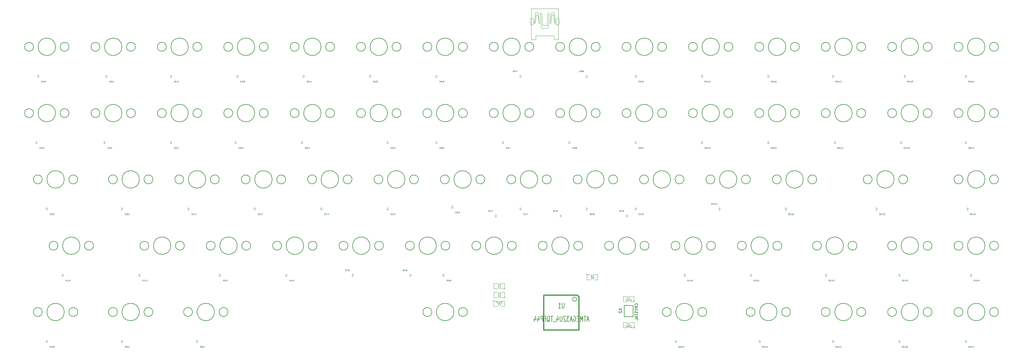
<source format=gbo>
G04 (created by PCBNEW (2013-mar-13)-testing) date Mon 15 Apr 2013 12:09:35 AM CEST*
%MOIN*%
G04 Gerber Fmt 3.4, Leading zero omitted, Abs format*
%FSLAX34Y34*%
G01*
G70*
G90*
G04 APERTURE LIST*
%ADD10C,0.006*%
%ADD11C,0.0039*%
%ADD12C,0.012*%
%ADD13C,0.008*%
%ADD14C,0.00590551*%
%ADD15C,0.004*%
%ADD16C,4.72441e-06*%
%ADD17C,0.0043*%
%ADD18C,0.0035*%
G04 APERTURE END LIST*
G54D10*
G54D11*
X81200Y-69800D02*
G75*
G03X81200Y-69800I-50J0D01*
G74*
G01*
X80700Y-69800D02*
X81100Y-69800D01*
X81100Y-69800D02*
X81100Y-69200D01*
X81100Y-69200D02*
X80700Y-69200D01*
X80300Y-69200D02*
X79900Y-69200D01*
X79900Y-69200D02*
X79900Y-69800D01*
X79900Y-69800D02*
X80300Y-69800D01*
X81200Y-70800D02*
G75*
G03X81200Y-70800I-50J0D01*
G74*
G01*
X80700Y-70800D02*
X81100Y-70800D01*
X81100Y-70800D02*
X81100Y-70200D01*
X81100Y-70200D02*
X80700Y-70200D01*
X80300Y-70200D02*
X79900Y-70200D01*
X79900Y-70200D02*
X79900Y-70800D01*
X79900Y-70800D02*
X80300Y-70800D01*
X95782Y-74209D02*
G75*
G03X95782Y-74209I-50J0D01*
G74*
G01*
X95282Y-74209D02*
X95682Y-74209D01*
X95682Y-74209D02*
X95682Y-73609D01*
X95682Y-73609D02*
X95282Y-73609D01*
X94882Y-73609D02*
X94482Y-73609D01*
X94482Y-73609D02*
X94482Y-74209D01*
X94482Y-74209D02*
X94882Y-74209D01*
X95782Y-71256D02*
G75*
G03X95782Y-71256I-50J0D01*
G74*
G01*
X95282Y-71256D02*
X95682Y-71256D01*
X95682Y-71256D02*
X95682Y-70656D01*
X95682Y-70656D02*
X95282Y-70656D01*
X94882Y-70656D02*
X94482Y-70656D01*
X94482Y-70656D02*
X94482Y-71256D01*
X94482Y-71256D02*
X94882Y-71256D01*
X79900Y-71200D02*
G75*
G03X79900Y-71200I-50J0D01*
G74*
G01*
X80300Y-71200D02*
X79900Y-71200D01*
X79900Y-71200D02*
X79900Y-71800D01*
X79900Y-71800D02*
X80300Y-71800D01*
X80700Y-71800D02*
X81100Y-71800D01*
X81100Y-71800D02*
X81100Y-71200D01*
X81100Y-71200D02*
X80700Y-71200D01*
X90400Y-68200D02*
G75*
G03X90400Y-68200I-50J0D01*
G74*
G01*
X90800Y-68200D02*
X90400Y-68200D01*
X90400Y-68200D02*
X90400Y-68800D01*
X90400Y-68800D02*
X90800Y-68800D01*
X91200Y-68800D02*
X91600Y-68800D01*
X91600Y-68800D02*
X91600Y-68200D01*
X91600Y-68200D02*
X91200Y-68200D01*
G54D12*
X85530Y-70530D02*
X85530Y-74470D01*
X85530Y-74470D02*
X89470Y-74470D01*
X89470Y-70720D02*
X89470Y-74470D01*
X89280Y-70530D02*
X85530Y-70530D01*
X89470Y-70720D02*
X89280Y-70530D01*
G54D13*
X89250Y-71000D02*
G75*
G03X89250Y-71000I-250J0D01*
G74*
G01*
G54D14*
X30511Y-42519D02*
G75*
G03X30511Y-42519I-984J0D01*
G74*
G01*
G54D10*
X32027Y-42519D02*
G75*
G03X32027Y-42519I-500J0D01*
G74*
G01*
X28027Y-42519D02*
G75*
G03X28027Y-42519I-500J0D01*
G74*
G01*
G54D14*
X30511Y-50000D02*
G75*
G03X30511Y-50000I-984J0D01*
G74*
G01*
G54D10*
X32027Y-50000D02*
G75*
G03X32027Y-50000I-500J0D01*
G74*
G01*
X28027Y-50000D02*
G75*
G03X28027Y-50000I-500J0D01*
G74*
G01*
G54D14*
X75393Y-42519D02*
G75*
G03X75393Y-42519I-984J0D01*
G74*
G01*
G54D10*
X76909Y-42519D02*
G75*
G03X76909Y-42519I-500J0D01*
G74*
G01*
X72909Y-42519D02*
G75*
G03X72909Y-42519I-500J0D01*
G74*
G01*
G54D14*
X52952Y-42519D02*
G75*
G03X52952Y-42519I-984J0D01*
G74*
G01*
G54D10*
X54468Y-42519D02*
G75*
G03X54468Y-42519I-500J0D01*
G74*
G01*
X50468Y-42519D02*
G75*
G03X50468Y-42519I-500J0D01*
G74*
G01*
G54D14*
X69881Y-57480D02*
G75*
G03X69881Y-57480I-984J0D01*
G74*
G01*
G54D10*
X71397Y-57480D02*
G75*
G03X71397Y-57480I-500J0D01*
G74*
G01*
X67397Y-57480D02*
G75*
G03X67397Y-57480I-500J0D01*
G74*
G01*
G54D14*
X39960Y-72440D02*
G75*
G03X39960Y-72440I-984J0D01*
G74*
G01*
G54D10*
X41476Y-72440D02*
G75*
G03X41476Y-72440I-500J0D01*
G74*
G01*
X37476Y-72440D02*
G75*
G03X37476Y-72440I-500J0D01*
G74*
G01*
G54D14*
X50984Y-64960D02*
G75*
G03X50984Y-64960I-984J0D01*
G74*
G01*
G54D10*
X52500Y-64960D02*
G75*
G03X52500Y-64960I-500J0D01*
G74*
G01*
X48500Y-64960D02*
G75*
G03X48500Y-64960I-500J0D01*
G74*
G01*
G54D14*
X58464Y-64960D02*
G75*
G03X58464Y-64960I-984J0D01*
G74*
G01*
G54D10*
X59980Y-64960D02*
G75*
G03X59980Y-64960I-500J0D01*
G74*
G01*
X55980Y-64960D02*
G75*
G03X55980Y-64960I-500J0D01*
G74*
G01*
G54D14*
X67913Y-50000D02*
G75*
G03X67913Y-50000I-984J0D01*
G74*
G01*
G54D10*
X69429Y-50000D02*
G75*
G03X69429Y-50000I-500J0D01*
G74*
G01*
X65429Y-50000D02*
G75*
G03X65429Y-50000I-500J0D01*
G74*
G01*
G54D14*
X60433Y-42519D02*
G75*
G03X60433Y-42519I-984J0D01*
G74*
G01*
G54D10*
X61948Y-42519D02*
G75*
G03X61948Y-42519I-500J0D01*
G74*
G01*
X57948Y-42519D02*
G75*
G03X57948Y-42519I-500J0D01*
G74*
G01*
G54D14*
X37992Y-50000D02*
G75*
G03X37992Y-50000I-984J0D01*
G74*
G01*
G54D10*
X39507Y-50000D02*
G75*
G03X39507Y-50000I-500J0D01*
G74*
G01*
X35507Y-50000D02*
G75*
G03X35507Y-50000I-500J0D01*
G74*
G01*
G54D14*
X65944Y-64960D02*
G75*
G03X65944Y-64960I-984J0D01*
G74*
G01*
G54D10*
X67460Y-64960D02*
G75*
G03X67460Y-64960I-500J0D01*
G74*
G01*
X63460Y-64960D02*
G75*
G03X63460Y-64960I-500J0D01*
G74*
G01*
G54D14*
X52952Y-50000D02*
G75*
G03X52952Y-50000I-984J0D01*
G74*
G01*
G54D10*
X54468Y-50000D02*
G75*
G03X54468Y-50000I-500J0D01*
G74*
G01*
X50468Y-50000D02*
G75*
G03X50468Y-50000I-500J0D01*
G74*
G01*
G54D14*
X47440Y-57480D02*
G75*
G03X47440Y-57480I-984J0D01*
G74*
G01*
G54D10*
X48956Y-57480D02*
G75*
G03X48956Y-57480I-500J0D01*
G74*
G01*
X44956Y-57480D02*
G75*
G03X44956Y-57480I-500J0D01*
G74*
G01*
G54D14*
X39960Y-57480D02*
G75*
G03X39960Y-57480I-984J0D01*
G74*
G01*
G54D10*
X41476Y-57480D02*
G75*
G03X41476Y-57480I-500J0D01*
G74*
G01*
X37476Y-57480D02*
G75*
G03X37476Y-57480I-500J0D01*
G74*
G01*
G54D14*
X67913Y-42519D02*
G75*
G03X67913Y-42519I-984J0D01*
G74*
G01*
G54D10*
X69429Y-42519D02*
G75*
G03X69429Y-42519I-500J0D01*
G74*
G01*
X65429Y-42519D02*
G75*
G03X65429Y-42519I-500J0D01*
G74*
G01*
G54D14*
X60433Y-50000D02*
G75*
G03X60433Y-50000I-984J0D01*
G74*
G01*
G54D10*
X61948Y-50000D02*
G75*
G03X61948Y-50000I-500J0D01*
G74*
G01*
X57948Y-50000D02*
G75*
G03X57948Y-50000I-500J0D01*
G74*
G01*
G54D14*
X54921Y-57480D02*
G75*
G03X54921Y-57480I-984J0D01*
G74*
G01*
G54D10*
X56437Y-57480D02*
G75*
G03X56437Y-57480I-500J0D01*
G74*
G01*
X52437Y-57480D02*
G75*
G03X52437Y-57480I-500J0D01*
G74*
G01*
G54D14*
X62401Y-57480D02*
G75*
G03X62401Y-57480I-984J0D01*
G74*
G01*
G54D10*
X63917Y-57480D02*
G75*
G03X63917Y-57480I-500J0D01*
G74*
G01*
X59917Y-57480D02*
G75*
G03X59917Y-57480I-500J0D01*
G74*
G01*
G54D14*
X45472Y-42519D02*
G75*
G03X45472Y-42519I-984J0D01*
G74*
G01*
G54D10*
X46988Y-42519D02*
G75*
G03X46988Y-42519I-500J0D01*
G74*
G01*
X42988Y-42519D02*
G75*
G03X42988Y-42519I-500J0D01*
G74*
G01*
G54D14*
X45472Y-50000D02*
G75*
G03X45472Y-50000I-984J0D01*
G74*
G01*
G54D10*
X46988Y-50000D02*
G75*
G03X46988Y-50000I-500J0D01*
G74*
G01*
X42988Y-50000D02*
G75*
G03X42988Y-50000I-500J0D01*
G74*
G01*
G54D14*
X43503Y-64960D02*
G75*
G03X43503Y-64960I-984J0D01*
G74*
G01*
G54D10*
X45019Y-64960D02*
G75*
G03X45019Y-64960I-500J0D01*
G74*
G01*
X41019Y-64960D02*
G75*
G03X41019Y-64960I-500J0D01*
G74*
G01*
G54D14*
X37992Y-42519D02*
G75*
G03X37992Y-42519I-984J0D01*
G74*
G01*
G54D10*
X39507Y-42519D02*
G75*
G03X39507Y-42519I-500J0D01*
G74*
G01*
X35507Y-42519D02*
G75*
G03X35507Y-42519I-500J0D01*
G74*
G01*
G54D14*
X112795Y-42519D02*
G75*
G03X112795Y-42519I-984J0D01*
G74*
G01*
G54D10*
X114311Y-42519D02*
G75*
G03X114311Y-42519I-500J0D01*
G74*
G01*
X110311Y-42519D02*
G75*
G03X110311Y-42519I-500J0D01*
G74*
G01*
G54D14*
X110826Y-64960D02*
G75*
G03X110826Y-64960I-984J0D01*
G74*
G01*
G54D10*
X112342Y-64960D02*
G75*
G03X112342Y-64960I-500J0D01*
G74*
G01*
X108342Y-64960D02*
G75*
G03X108342Y-64960I-500J0D01*
G74*
G01*
G54D14*
X112795Y-50000D02*
G75*
G03X112795Y-50000I-984J0D01*
G74*
G01*
G54D10*
X114311Y-50000D02*
G75*
G03X114311Y-50000I-500J0D01*
G74*
G01*
X110311Y-50000D02*
G75*
G03X110311Y-50000I-500J0D01*
G74*
G01*
G54D14*
X114763Y-57480D02*
G75*
G03X114763Y-57480I-984J0D01*
G74*
G01*
G54D10*
X116279Y-57480D02*
G75*
G03X116279Y-57480I-500J0D01*
G74*
G01*
X112279Y-57480D02*
G75*
G03X112279Y-57480I-500J0D01*
G74*
G01*
G54D14*
X120275Y-42519D02*
G75*
G03X120275Y-42519I-984J0D01*
G74*
G01*
G54D10*
X121791Y-42519D02*
G75*
G03X121791Y-42519I-500J0D01*
G74*
G01*
X117791Y-42519D02*
G75*
G03X117791Y-42519I-500J0D01*
G74*
G01*
G54D14*
X120275Y-72440D02*
G75*
G03X120275Y-72440I-984J0D01*
G74*
G01*
G54D10*
X121791Y-72440D02*
G75*
G03X121791Y-72440I-500J0D01*
G74*
G01*
X117791Y-72440D02*
G75*
G03X117791Y-72440I-500J0D01*
G74*
G01*
G54D14*
X120275Y-50000D02*
G75*
G03X120275Y-50000I-984J0D01*
G74*
G01*
G54D10*
X121791Y-50000D02*
G75*
G03X121791Y-50000I-500J0D01*
G74*
G01*
X117791Y-50000D02*
G75*
G03X117791Y-50000I-500J0D01*
G74*
G01*
G54D14*
X105314Y-50000D02*
G75*
G03X105314Y-50000I-984J0D01*
G74*
G01*
G54D10*
X106830Y-50000D02*
G75*
G03X106830Y-50000I-500J0D01*
G74*
G01*
X102830Y-50000D02*
G75*
G03X102830Y-50000I-500J0D01*
G74*
G01*
G54D14*
X127755Y-64960D02*
G75*
G03X127755Y-64960I-984J0D01*
G74*
G01*
G54D10*
X129271Y-64960D02*
G75*
G03X129271Y-64960I-500J0D01*
G74*
G01*
X125271Y-64960D02*
G75*
G03X125271Y-64960I-500J0D01*
G74*
G01*
G54D14*
X127755Y-72440D02*
G75*
G03X127755Y-72440I-984J0D01*
G74*
G01*
G54D10*
X129271Y-72440D02*
G75*
G03X129271Y-72440I-500J0D01*
G74*
G01*
X125271Y-72440D02*
G75*
G03X125271Y-72440I-500J0D01*
G74*
G01*
G54D14*
X127755Y-50000D02*
G75*
G03X127755Y-50000I-984J0D01*
G74*
G01*
G54D10*
X129271Y-50000D02*
G75*
G03X129271Y-50000I-500J0D01*
G74*
G01*
X125271Y-50000D02*
G75*
G03X125271Y-50000I-500J0D01*
G74*
G01*
G54D14*
X135236Y-42519D02*
G75*
G03X135236Y-42519I-984J0D01*
G74*
G01*
G54D10*
X136751Y-42519D02*
G75*
G03X136751Y-42519I-500J0D01*
G74*
G01*
X132751Y-42519D02*
G75*
G03X132751Y-42519I-500J0D01*
G74*
G01*
G54D14*
X135236Y-64960D02*
G75*
G03X135236Y-64960I-984J0D01*
G74*
G01*
G54D10*
X136751Y-64960D02*
G75*
G03X136751Y-64960I-500J0D01*
G74*
G01*
X132751Y-64960D02*
G75*
G03X132751Y-64960I-500J0D01*
G74*
G01*
G54D14*
X135236Y-72440D02*
G75*
G03X135236Y-72440I-984J0D01*
G74*
G01*
G54D10*
X136751Y-72440D02*
G75*
G03X136751Y-72440I-500J0D01*
G74*
G01*
X132751Y-72440D02*
G75*
G03X132751Y-72440I-500J0D01*
G74*
G01*
G54D14*
X135236Y-50000D02*
G75*
G03X135236Y-50000I-984J0D01*
G74*
G01*
G54D10*
X136751Y-50000D02*
G75*
G03X136751Y-50000I-500J0D01*
G74*
G01*
X132751Y-50000D02*
G75*
G03X132751Y-50000I-500J0D01*
G74*
G01*
G54D14*
X135236Y-57480D02*
G75*
G03X135236Y-57480I-984J0D01*
G74*
G01*
G54D10*
X136751Y-57480D02*
G75*
G03X136751Y-57480I-500J0D01*
G74*
G01*
X132751Y-57480D02*
G75*
G03X132751Y-57480I-500J0D01*
G74*
G01*
G54D14*
X127755Y-42519D02*
G75*
G03X127755Y-42519I-984J0D01*
G74*
G01*
G54D10*
X129271Y-42519D02*
G75*
G03X129271Y-42519I-500J0D01*
G74*
G01*
X125271Y-42519D02*
G75*
G03X125271Y-42519I-500J0D01*
G74*
G01*
G54D14*
X80905Y-64960D02*
G75*
G03X80905Y-64960I-984J0D01*
G74*
G01*
G54D10*
X82421Y-64960D02*
G75*
G03X82421Y-64960I-500J0D01*
G74*
G01*
X78421Y-64960D02*
G75*
G03X78421Y-64960I-500J0D01*
G74*
G01*
G54D14*
X82874Y-50000D02*
G75*
G03X82874Y-50000I-984J0D01*
G74*
G01*
G54D10*
X84389Y-50000D02*
G75*
G03X84389Y-50000I-500J0D01*
G74*
G01*
X80389Y-50000D02*
G75*
G03X80389Y-50000I-500J0D01*
G74*
G01*
G54D14*
X84842Y-57480D02*
G75*
G03X84842Y-57480I-984J0D01*
G74*
G01*
G54D10*
X86358Y-57480D02*
G75*
G03X86358Y-57480I-500J0D01*
G74*
G01*
X82358Y-57480D02*
G75*
G03X82358Y-57480I-500J0D01*
G74*
G01*
G54D14*
X90354Y-42519D02*
G75*
G03X90354Y-42519I-984J0D01*
G74*
G01*
G54D10*
X87870Y-42519D02*
G75*
G03X87870Y-42519I-500J0D01*
G74*
G01*
X91870Y-42519D02*
G75*
G03X91870Y-42519I-500J0D01*
G74*
G01*
G54D14*
X88385Y-64960D02*
G75*
G03X88385Y-64960I-984J0D01*
G74*
G01*
G54D10*
X89901Y-64960D02*
G75*
G03X89901Y-64960I-500J0D01*
G74*
G01*
X85901Y-64960D02*
G75*
G03X85901Y-64960I-500J0D01*
G74*
G01*
G54D14*
X107283Y-57480D02*
G75*
G03X107283Y-57480I-984J0D01*
G74*
G01*
G54D10*
X108799Y-57480D02*
G75*
G03X108799Y-57480I-500J0D01*
G74*
G01*
X104799Y-57480D02*
G75*
G03X104799Y-57480I-500J0D01*
G74*
G01*
G54D14*
X90354Y-50000D02*
G75*
G03X90354Y-50000I-984J0D01*
G74*
G01*
G54D10*
X91870Y-50000D02*
G75*
G03X91870Y-50000I-500J0D01*
G74*
G01*
X87870Y-50000D02*
G75*
G03X87870Y-50000I-500J0D01*
G74*
G01*
G54D14*
X77362Y-57480D02*
G75*
G03X77362Y-57480I-984J0D01*
G74*
G01*
G54D10*
X78877Y-57480D02*
G75*
G03X78877Y-57480I-500J0D01*
G74*
G01*
X74877Y-57480D02*
G75*
G03X74877Y-57480I-500J0D01*
G74*
G01*
G54D14*
X82874Y-42519D02*
G75*
G03X82874Y-42519I-984J0D01*
G74*
G01*
G54D10*
X80389Y-42519D02*
G75*
G03X80389Y-42519I-500J0D01*
G74*
G01*
X84389Y-42519D02*
G75*
G03X84389Y-42519I-500J0D01*
G74*
G01*
G54D14*
X97834Y-42519D02*
G75*
G03X97834Y-42519I-984J0D01*
G74*
G01*
G54D10*
X99350Y-42519D02*
G75*
G03X99350Y-42519I-500J0D01*
G74*
G01*
X95350Y-42519D02*
G75*
G03X95350Y-42519I-500J0D01*
G74*
G01*
G54D14*
X95866Y-64960D02*
G75*
G03X95866Y-64960I-984J0D01*
G74*
G01*
G54D10*
X97381Y-64960D02*
G75*
G03X97381Y-64960I-500J0D01*
G74*
G01*
X93381Y-64960D02*
G75*
G03X93381Y-64960I-500J0D01*
G74*
G01*
G54D14*
X75393Y-50000D02*
G75*
G03X75393Y-50000I-984J0D01*
G74*
G01*
G54D10*
X76909Y-50000D02*
G75*
G03X76909Y-50000I-500J0D01*
G74*
G01*
X72909Y-50000D02*
G75*
G03X72909Y-50000I-500J0D01*
G74*
G01*
G54D14*
X97834Y-50000D02*
G75*
G03X97834Y-50000I-984J0D01*
G74*
G01*
G54D10*
X99350Y-50000D02*
G75*
G03X99350Y-50000I-500J0D01*
G74*
G01*
X95350Y-50000D02*
G75*
G03X95350Y-50000I-500J0D01*
G74*
G01*
G54D14*
X99803Y-57480D02*
G75*
G03X99803Y-57480I-984J0D01*
G74*
G01*
G54D10*
X101318Y-57480D02*
G75*
G03X101318Y-57480I-500J0D01*
G74*
G01*
X97318Y-57480D02*
G75*
G03X97318Y-57480I-500J0D01*
G74*
G01*
G54D14*
X105314Y-42519D02*
G75*
G03X105314Y-42519I-984J0D01*
G74*
G01*
G54D10*
X106830Y-42519D02*
G75*
G03X106830Y-42519I-500J0D01*
G74*
G01*
X102830Y-42519D02*
G75*
G03X102830Y-42519I-500J0D01*
G74*
G01*
G54D14*
X103346Y-64960D02*
G75*
G03X103346Y-64960I-984J0D01*
G74*
G01*
G54D10*
X104862Y-64960D02*
G75*
G03X104862Y-64960I-500J0D01*
G74*
G01*
X100862Y-64960D02*
G75*
G03X100862Y-64960I-500J0D01*
G74*
G01*
G54D14*
X73425Y-64960D02*
G75*
G03X73425Y-64960I-984J0D01*
G74*
G01*
G54D10*
X74940Y-64960D02*
G75*
G03X74940Y-64960I-500J0D01*
G74*
G01*
X70940Y-64960D02*
G75*
G03X70940Y-64960I-500J0D01*
G74*
G01*
G54D14*
X92322Y-57480D02*
G75*
G03X92322Y-57480I-984J0D01*
G74*
G01*
G54D10*
X93838Y-57480D02*
G75*
G03X93838Y-57480I-500J0D01*
G74*
G01*
X89838Y-57480D02*
G75*
G03X89838Y-57480I-500J0D01*
G74*
G01*
G54D14*
X33267Y-64960D02*
G75*
G03X33267Y-64960I-984J0D01*
G74*
G01*
G54D10*
X34783Y-64960D02*
G75*
G03X34783Y-64960I-500J0D01*
G74*
G01*
X30783Y-64960D02*
G75*
G03X30783Y-64960I-500J0D01*
G74*
G01*
G54D14*
X125000Y-57480D02*
G75*
G03X125000Y-57480I-984J0D01*
G74*
G01*
G54D10*
X126515Y-57480D02*
G75*
G03X126515Y-57480I-500J0D01*
G74*
G01*
X122515Y-57480D02*
G75*
G03X122515Y-57480I-500J0D01*
G74*
G01*
G54D14*
X31496Y-72440D02*
G75*
G03X31496Y-72440I-984J0D01*
G74*
G01*
G54D10*
X33011Y-72440D02*
G75*
G03X33011Y-72440I-500J0D01*
G74*
G01*
X29011Y-72440D02*
G75*
G03X29011Y-72440I-500J0D01*
G74*
G01*
G54D14*
X31496Y-57480D02*
G75*
G03X31496Y-57480I-984J0D01*
G74*
G01*
G54D10*
X33011Y-57480D02*
G75*
G03X33011Y-57480I-500J0D01*
G74*
G01*
X29011Y-57480D02*
G75*
G03X29011Y-57480I-500J0D01*
G74*
G01*
G54D14*
X119291Y-64960D02*
G75*
G03X119291Y-64960I-984J0D01*
G74*
G01*
G54D10*
X120807Y-64960D02*
G75*
G03X120807Y-64960I-500J0D01*
G74*
G01*
X116807Y-64960D02*
G75*
G03X116807Y-64960I-500J0D01*
G74*
G01*
G54D14*
X111811Y-72440D02*
G75*
G03X111811Y-72440I-984J0D01*
G74*
G01*
G54D10*
X113326Y-72440D02*
G75*
G03X113326Y-72440I-500J0D01*
G74*
G01*
X109326Y-72440D02*
G75*
G03X109326Y-72440I-500J0D01*
G74*
G01*
G54D14*
X102362Y-72440D02*
G75*
G03X102362Y-72440I-984J0D01*
G74*
G01*
G54D10*
X103877Y-72440D02*
G75*
G03X103877Y-72440I-500J0D01*
G74*
G01*
X99877Y-72440D02*
G75*
G03X99877Y-72440I-500J0D01*
G74*
G01*
G54D14*
X48425Y-72440D02*
G75*
G03X48425Y-72440I-984J0D01*
G74*
G01*
G54D10*
X49940Y-72440D02*
G75*
G03X49940Y-72440I-500J0D01*
G74*
G01*
X45940Y-72440D02*
G75*
G03X45940Y-72440I-500J0D01*
G74*
G01*
G54D14*
X75393Y-72440D02*
G75*
G03X75393Y-72440I-984J0D01*
G74*
G01*
G54D10*
X76909Y-72440D02*
G75*
G03X76909Y-72440I-500J0D01*
G74*
G01*
X72909Y-72440D02*
G75*
G03X72909Y-72440I-500J0D01*
G74*
G01*
G54D15*
X84115Y-38220D02*
X84115Y-41696D01*
X84135Y-41708D02*
X84606Y-41708D01*
X84606Y-41708D02*
X84606Y-41263D01*
X87143Y-41696D02*
X87143Y-38220D01*
X87143Y-38220D02*
X84115Y-38220D01*
X87133Y-41715D02*
X86691Y-41715D01*
X86691Y-41715D02*
X86691Y-41263D01*
X84117Y-38221D02*
X84117Y-39021D01*
X87141Y-38221D02*
X87141Y-38221D01*
X87141Y-38221D02*
X84117Y-38221D01*
X84464Y-39836D02*
X84546Y-38753D01*
X84935Y-38753D02*
X85037Y-39836D01*
X85037Y-39836D02*
X84955Y-39836D01*
X84955Y-39836D02*
X84853Y-38896D01*
X84853Y-38896D02*
X84648Y-38896D01*
X84648Y-38896D02*
X84546Y-39836D01*
X84546Y-39836D02*
X84464Y-39836D01*
X85139Y-38753D02*
X85221Y-40347D01*
X85221Y-38671D02*
X85221Y-38671D01*
X85302Y-38753D02*
X85384Y-40102D01*
X87141Y-38221D02*
X87141Y-39021D01*
X86793Y-39836D02*
X86712Y-38753D01*
X86323Y-38753D02*
X86221Y-39836D01*
X86221Y-39836D02*
X86303Y-39836D01*
X86303Y-39836D02*
X86405Y-38896D01*
X86405Y-38896D02*
X86609Y-38896D01*
X86609Y-38896D02*
X86712Y-39836D01*
X86712Y-39836D02*
X86793Y-39836D01*
X86119Y-38753D02*
X86037Y-40347D01*
X85955Y-40429D02*
X85302Y-40429D01*
X85955Y-38753D02*
X85874Y-40102D01*
X85874Y-40102D02*
X85384Y-40102D01*
X87141Y-38221D02*
X87141Y-39050D01*
X84117Y-38221D02*
X84117Y-39030D01*
X87143Y-41686D02*
X87143Y-40304D01*
X84115Y-40295D02*
X84115Y-41666D01*
G54D16*
X84389Y-39872D02*
X84389Y-39479D01*
X83996Y-39479D02*
X83996Y-39872D01*
X87262Y-39872D02*
X87262Y-39479D01*
X86869Y-39479D02*
X86869Y-39951D01*
G54D15*
X84604Y-41263D02*
X86690Y-41263D01*
X84547Y-38753D02*
G75*
G02X84628Y-38651I115J-8D01*
G74*
G01*
X84630Y-38650D02*
G75*
G02X84854Y-38651I110J-366D01*
G74*
G01*
X84853Y-38650D02*
G75*
G02X84935Y-38753I-34J-111D01*
G74*
G01*
X85303Y-40428D02*
G75*
G02X85221Y-40347I4J86D01*
G74*
G01*
X85139Y-38753D02*
G75*
G02X85221Y-38671I82J0D01*
G74*
G01*
X85221Y-38672D02*
G75*
G02X85302Y-38753I0J-81D01*
G74*
G01*
X86630Y-38650D02*
G75*
G02X86712Y-38753I-34J-111D01*
G74*
G01*
X86407Y-38651D02*
G75*
G02X86630Y-38651I111J-366D01*
G74*
G01*
X86324Y-38753D02*
G75*
G02X86405Y-38651I115J-8D01*
G74*
G01*
X86038Y-40347D02*
G75*
G02X85955Y-40429I-86J5D01*
G74*
G01*
X86037Y-38671D02*
G75*
G02X86119Y-38753I0J-82D01*
G74*
G01*
X85955Y-38753D02*
G75*
G02X86037Y-38671I82J0D01*
G74*
G01*
G54D16*
X84192Y-40068D02*
G75*
G02X83996Y-39872I0J196D01*
G74*
G01*
X84389Y-39872D02*
G75*
G02X84192Y-40069I-197J0D01*
G74*
G01*
X84192Y-39282D02*
G75*
G02X84389Y-39479I0J-197D01*
G74*
G01*
X83995Y-39479D02*
G75*
G02X84192Y-39282I197J0D01*
G74*
G01*
X87066Y-40069D02*
G75*
G02X86869Y-39951I-39J156D01*
G74*
G01*
X87263Y-39872D02*
G75*
G02X87066Y-40069I-197J0D01*
G74*
G01*
X87066Y-39283D02*
G75*
G02X87262Y-39479I0J-196D01*
G74*
G01*
X86869Y-39479D02*
G75*
G02X87066Y-39282I197J0D01*
G74*
G01*
G54D14*
X94570Y-71704D02*
X94570Y-72964D01*
X94570Y-72964D02*
X95594Y-72964D01*
X95594Y-72964D02*
X95594Y-71704D01*
X95594Y-71704D02*
X94570Y-71704D01*
G54D17*
X80532Y-69454D02*
X80598Y-69360D01*
X80645Y-69454D02*
X80645Y-69257D01*
X80570Y-69257D01*
X80551Y-69267D01*
X80542Y-69276D01*
X80532Y-69295D01*
X80532Y-69323D01*
X80542Y-69342D01*
X80551Y-69351D01*
X80570Y-69360D01*
X80645Y-69360D01*
X80457Y-69276D02*
X80448Y-69267D01*
X80429Y-69257D01*
X80382Y-69257D01*
X80363Y-69267D01*
X80354Y-69276D01*
X80345Y-69295D01*
X80345Y-69314D01*
X80354Y-69342D01*
X80467Y-69454D01*
X80345Y-69454D01*
X80650Y-69551D02*
X80640Y-69542D01*
X80621Y-69532D01*
X80575Y-69532D01*
X80556Y-69542D01*
X80546Y-69551D01*
X80537Y-69570D01*
X80537Y-69589D01*
X80546Y-69617D01*
X80659Y-69729D01*
X80537Y-69729D01*
X80462Y-69551D02*
X80453Y-69542D01*
X80434Y-69532D01*
X80387Y-69532D01*
X80368Y-69542D01*
X80359Y-69551D01*
X80349Y-69570D01*
X80349Y-69589D01*
X80359Y-69617D01*
X80471Y-69729D01*
X80349Y-69729D01*
X80532Y-70454D02*
X80598Y-70360D01*
X80645Y-70454D02*
X80645Y-70257D01*
X80570Y-70257D01*
X80551Y-70267D01*
X80542Y-70276D01*
X80532Y-70295D01*
X80532Y-70323D01*
X80542Y-70342D01*
X80551Y-70351D01*
X80570Y-70360D01*
X80645Y-70360D01*
X80345Y-70454D02*
X80457Y-70454D01*
X80401Y-70454D02*
X80401Y-70257D01*
X80420Y-70285D01*
X80439Y-70304D01*
X80457Y-70314D01*
X80650Y-70551D02*
X80640Y-70542D01*
X80621Y-70532D01*
X80575Y-70532D01*
X80556Y-70542D01*
X80546Y-70551D01*
X80537Y-70570D01*
X80537Y-70589D01*
X80546Y-70617D01*
X80659Y-70729D01*
X80537Y-70729D01*
X80462Y-70551D02*
X80453Y-70542D01*
X80434Y-70532D01*
X80387Y-70532D01*
X80368Y-70542D01*
X80359Y-70551D01*
X80349Y-70570D01*
X80349Y-70589D01*
X80359Y-70617D01*
X80471Y-70729D01*
X80349Y-70729D01*
X95115Y-73845D02*
X95124Y-73854D01*
X95153Y-73864D01*
X95171Y-73864D01*
X95199Y-73854D01*
X95218Y-73836D01*
X95228Y-73817D01*
X95237Y-73779D01*
X95237Y-73751D01*
X95228Y-73714D01*
X95218Y-73695D01*
X95199Y-73676D01*
X95171Y-73667D01*
X95153Y-73667D01*
X95124Y-73676D01*
X95115Y-73685D01*
X95040Y-73685D02*
X95031Y-73676D01*
X95012Y-73667D01*
X94965Y-73667D01*
X94946Y-73676D01*
X94937Y-73685D01*
X94927Y-73704D01*
X94927Y-73723D01*
X94937Y-73751D01*
X95049Y-73864D01*
X94927Y-73864D01*
X95293Y-74139D02*
X95406Y-74139D01*
X95350Y-74139D02*
X95350Y-73942D01*
X95368Y-73970D01*
X95387Y-73989D01*
X95406Y-73998D01*
X95171Y-73942D02*
X95153Y-73942D01*
X95134Y-73951D01*
X95124Y-73960D01*
X95115Y-73979D01*
X95106Y-74017D01*
X95106Y-74064D01*
X95115Y-74101D01*
X95124Y-74120D01*
X95134Y-74129D01*
X95153Y-74139D01*
X95171Y-74139D01*
X95190Y-74129D01*
X95199Y-74120D01*
X95209Y-74101D01*
X95218Y-74064D01*
X95218Y-74017D01*
X95209Y-73979D01*
X95199Y-73960D01*
X95190Y-73951D01*
X95171Y-73942D01*
X95021Y-74007D02*
X95021Y-74204D01*
X95021Y-74017D02*
X95002Y-74007D01*
X94965Y-74007D01*
X94946Y-74017D01*
X94937Y-74026D01*
X94927Y-74045D01*
X94927Y-74101D01*
X94937Y-74120D01*
X94946Y-74129D01*
X94965Y-74139D01*
X95002Y-74139D01*
X95021Y-74129D01*
X94777Y-74035D02*
X94843Y-74035D01*
X94843Y-74139D02*
X94843Y-73942D01*
X94749Y-73942D01*
X95115Y-70892D02*
X95124Y-70902D01*
X95153Y-70911D01*
X95171Y-70911D01*
X95199Y-70902D01*
X95218Y-70883D01*
X95228Y-70864D01*
X95237Y-70827D01*
X95237Y-70798D01*
X95228Y-70761D01*
X95218Y-70742D01*
X95199Y-70723D01*
X95171Y-70714D01*
X95153Y-70714D01*
X95124Y-70723D01*
X95115Y-70733D01*
X95049Y-70714D02*
X94927Y-70714D01*
X94993Y-70789D01*
X94965Y-70789D01*
X94946Y-70798D01*
X94937Y-70808D01*
X94927Y-70827D01*
X94927Y-70873D01*
X94937Y-70892D01*
X94946Y-70902D01*
X94965Y-70911D01*
X95021Y-70911D01*
X95040Y-70902D01*
X95049Y-70892D01*
X95293Y-71186D02*
X95406Y-71186D01*
X95350Y-71186D02*
X95350Y-70989D01*
X95368Y-71017D01*
X95387Y-71036D01*
X95406Y-71045D01*
X95171Y-70989D02*
X95153Y-70989D01*
X95134Y-70998D01*
X95124Y-71008D01*
X95115Y-71026D01*
X95106Y-71064D01*
X95106Y-71111D01*
X95115Y-71148D01*
X95124Y-71167D01*
X95134Y-71177D01*
X95153Y-71186D01*
X95171Y-71186D01*
X95190Y-71177D01*
X95199Y-71167D01*
X95209Y-71148D01*
X95218Y-71111D01*
X95218Y-71064D01*
X95209Y-71026D01*
X95199Y-71008D01*
X95190Y-70998D01*
X95171Y-70989D01*
X95021Y-71055D02*
X95021Y-71252D01*
X95021Y-71064D02*
X95002Y-71055D01*
X94965Y-71055D01*
X94946Y-71064D01*
X94937Y-71073D01*
X94927Y-71092D01*
X94927Y-71148D01*
X94937Y-71167D01*
X94946Y-71177D01*
X94965Y-71186D01*
X95002Y-71186D01*
X95021Y-71177D01*
X94777Y-71083D02*
X94843Y-71083D01*
X94843Y-71186D02*
X94843Y-70989D01*
X94749Y-70989D01*
X80532Y-71685D02*
X80542Y-71695D01*
X80570Y-71704D01*
X80589Y-71704D01*
X80617Y-71695D01*
X80636Y-71676D01*
X80645Y-71657D01*
X80654Y-71620D01*
X80654Y-71592D01*
X80645Y-71554D01*
X80636Y-71535D01*
X80617Y-71517D01*
X80589Y-71507D01*
X80570Y-71507D01*
X80542Y-71517D01*
X80532Y-71526D01*
X80345Y-71704D02*
X80457Y-71704D01*
X80401Y-71704D02*
X80401Y-71507D01*
X80420Y-71535D01*
X80439Y-71554D01*
X80457Y-71564D01*
X80711Y-71429D02*
X80823Y-71429D01*
X80767Y-71429D02*
X80767Y-71232D01*
X80786Y-71260D01*
X80804Y-71279D01*
X80823Y-71289D01*
X80589Y-71232D02*
X80570Y-71232D01*
X80551Y-71242D01*
X80542Y-71251D01*
X80532Y-71270D01*
X80523Y-71307D01*
X80523Y-71354D01*
X80532Y-71392D01*
X80542Y-71410D01*
X80551Y-71420D01*
X80570Y-71429D01*
X80589Y-71429D01*
X80607Y-71420D01*
X80617Y-71410D01*
X80626Y-71392D01*
X80636Y-71354D01*
X80636Y-71307D01*
X80626Y-71270D01*
X80617Y-71251D01*
X80607Y-71242D01*
X80589Y-71232D01*
X80354Y-71298D02*
X80354Y-71429D01*
X80439Y-71298D02*
X80439Y-71401D01*
X80429Y-71420D01*
X80410Y-71429D01*
X80382Y-71429D01*
X80363Y-71420D01*
X80354Y-71410D01*
X80195Y-71326D02*
X80260Y-71326D01*
X80260Y-71429D02*
X80260Y-71232D01*
X80166Y-71232D01*
X91032Y-68704D02*
X91098Y-68610D01*
X91145Y-68704D02*
X91145Y-68507D01*
X91070Y-68507D01*
X91051Y-68517D01*
X91042Y-68526D01*
X91032Y-68545D01*
X91032Y-68573D01*
X91042Y-68592D01*
X91051Y-68601D01*
X91070Y-68610D01*
X91145Y-68610D01*
X90967Y-68507D02*
X90845Y-68507D01*
X90910Y-68582D01*
X90882Y-68582D01*
X90863Y-68592D01*
X90854Y-68601D01*
X90845Y-68620D01*
X90845Y-68667D01*
X90854Y-68685D01*
X90863Y-68695D01*
X90882Y-68704D01*
X90939Y-68704D01*
X90957Y-68695D01*
X90967Y-68685D01*
X91042Y-68429D02*
X91154Y-68429D01*
X91098Y-68429D02*
X91098Y-68232D01*
X91117Y-68260D01*
X91136Y-68279D01*
X91154Y-68289D01*
X90957Y-68429D02*
X90957Y-68232D01*
X90845Y-68429D02*
X90929Y-68317D01*
X90845Y-68232D02*
X90957Y-68345D01*
G54D13*
X87804Y-71392D02*
X87804Y-71878D01*
X87785Y-71935D01*
X87766Y-71964D01*
X87728Y-71992D01*
X87652Y-71992D01*
X87614Y-71964D01*
X87595Y-71935D01*
X87576Y-71878D01*
X87576Y-71392D01*
X87176Y-71992D02*
X87404Y-71992D01*
X87290Y-71992D02*
X87290Y-71392D01*
X87328Y-71478D01*
X87366Y-71535D01*
X87404Y-71564D01*
X90576Y-73321D02*
X90385Y-73321D01*
X90614Y-73492D02*
X90480Y-72892D01*
X90347Y-73492D01*
X90271Y-72892D02*
X90042Y-72892D01*
X90157Y-73492D02*
X90157Y-72892D01*
X89909Y-73492D02*
X89909Y-72892D01*
X89776Y-73321D01*
X89642Y-72892D01*
X89642Y-73492D01*
X89452Y-73178D02*
X89319Y-73178D01*
X89261Y-73492D02*
X89452Y-73492D01*
X89452Y-72892D01*
X89261Y-72892D01*
X88880Y-72921D02*
X88919Y-72892D01*
X88976Y-72892D01*
X89033Y-72921D01*
X89071Y-72978D01*
X89090Y-73035D01*
X89109Y-73150D01*
X89109Y-73235D01*
X89090Y-73350D01*
X89071Y-73407D01*
X89033Y-73464D01*
X88976Y-73492D01*
X88938Y-73492D01*
X88880Y-73464D01*
X88861Y-73435D01*
X88861Y-73235D01*
X88938Y-73235D01*
X88709Y-73321D02*
X88519Y-73321D01*
X88747Y-73492D02*
X88614Y-72892D01*
X88480Y-73492D01*
X88385Y-72892D02*
X88138Y-72892D01*
X88271Y-73121D01*
X88214Y-73121D01*
X88176Y-73150D01*
X88157Y-73178D01*
X88138Y-73235D01*
X88138Y-73378D01*
X88157Y-73435D01*
X88176Y-73464D01*
X88214Y-73492D01*
X88328Y-73492D01*
X88366Y-73464D01*
X88385Y-73435D01*
X87985Y-72950D02*
X87966Y-72921D01*
X87928Y-72892D01*
X87833Y-72892D01*
X87795Y-72921D01*
X87776Y-72950D01*
X87757Y-73007D01*
X87757Y-73064D01*
X87776Y-73150D01*
X88004Y-73492D01*
X87757Y-73492D01*
X87585Y-72892D02*
X87585Y-73378D01*
X87566Y-73435D01*
X87547Y-73464D01*
X87509Y-73492D01*
X87433Y-73492D01*
X87395Y-73464D01*
X87376Y-73435D01*
X87357Y-73378D01*
X87357Y-72892D01*
X86995Y-73092D02*
X86995Y-73492D01*
X87090Y-72864D02*
X87185Y-73292D01*
X86938Y-73292D01*
X86880Y-73550D02*
X86576Y-73550D01*
X86538Y-72892D02*
X86309Y-72892D01*
X86423Y-73492D02*
X86423Y-72892D01*
X85909Y-73550D02*
X85947Y-73521D01*
X85985Y-73464D01*
X86042Y-73378D01*
X86080Y-73350D01*
X86119Y-73350D01*
X86100Y-73492D02*
X86138Y-73464D01*
X86176Y-73407D01*
X86195Y-73292D01*
X86195Y-73092D01*
X86176Y-72978D01*
X86138Y-72921D01*
X86100Y-72892D01*
X86023Y-72892D01*
X85985Y-72921D01*
X85947Y-72978D01*
X85928Y-73092D01*
X85928Y-73292D01*
X85947Y-73407D01*
X85985Y-73464D01*
X86023Y-73492D01*
X86100Y-73492D01*
X85623Y-73178D02*
X85757Y-73178D01*
X85757Y-73492D02*
X85757Y-72892D01*
X85566Y-72892D01*
X85414Y-73492D02*
X85414Y-72892D01*
X85261Y-72892D01*
X85223Y-72921D01*
X85204Y-72950D01*
X85185Y-73007D01*
X85185Y-73092D01*
X85204Y-73150D01*
X85223Y-73178D01*
X85261Y-73207D01*
X85414Y-73207D01*
X84842Y-73092D02*
X84842Y-73492D01*
X84938Y-72864D02*
X85033Y-73292D01*
X84785Y-73292D01*
X84461Y-73092D02*
X84461Y-73492D01*
X84557Y-72864D02*
X84652Y-73292D01*
X84404Y-73292D01*
G54D18*
X96233Y-53991D02*
X96233Y-53831D01*
X96271Y-53831D01*
X96294Y-53838D01*
X96309Y-53854D01*
X96317Y-53869D01*
X96325Y-53899D01*
X96325Y-53922D01*
X96317Y-53953D01*
X96309Y-53968D01*
X96294Y-53983D01*
X96271Y-53991D01*
X96233Y-53991D01*
X96378Y-53831D02*
X96477Y-53831D01*
X96424Y-53892D01*
X96447Y-53892D01*
X96462Y-53899D01*
X96469Y-53907D01*
X96477Y-53922D01*
X96477Y-53960D01*
X96469Y-53975D01*
X96462Y-53983D01*
X96447Y-53991D01*
X96401Y-53991D01*
X96386Y-53983D01*
X96378Y-53975D01*
X96546Y-53975D02*
X96553Y-53983D01*
X96546Y-53991D01*
X96538Y-53983D01*
X96546Y-53975D01*
X96546Y-53991D01*
X96546Y-53892D02*
X96553Y-53899D01*
X96546Y-53907D01*
X96538Y-53899D01*
X96546Y-53892D01*
X96546Y-53907D01*
X96629Y-53991D02*
X96660Y-53991D01*
X96675Y-53983D01*
X96683Y-53975D01*
X96698Y-53953D01*
X96706Y-53922D01*
X96706Y-53861D01*
X96698Y-53846D01*
X96690Y-53838D01*
X96675Y-53831D01*
X96645Y-53831D01*
X96629Y-53838D01*
X96622Y-53846D01*
X96614Y-53861D01*
X96614Y-53899D01*
X96622Y-53915D01*
X96629Y-53922D01*
X96645Y-53930D01*
X96675Y-53930D01*
X96690Y-53922D01*
X96698Y-53915D01*
X96706Y-53899D01*
X95803Y-53443D02*
X95803Y-53203D01*
X95860Y-53203D01*
X95894Y-53215D01*
X95917Y-53237D01*
X95928Y-53260D01*
X95940Y-53306D01*
X95940Y-53340D01*
X95928Y-53386D01*
X95917Y-53409D01*
X95894Y-53432D01*
X95860Y-53443D01*
X95803Y-53443D01*
X109149Y-68951D02*
X109149Y-68791D01*
X109187Y-68791D01*
X109210Y-68799D01*
X109225Y-68814D01*
X109233Y-68829D01*
X109241Y-68860D01*
X109241Y-68883D01*
X109233Y-68913D01*
X109225Y-68928D01*
X109210Y-68944D01*
X109187Y-68951D01*
X109149Y-68951D01*
X109393Y-68951D02*
X109302Y-68951D01*
X109347Y-68951D02*
X109347Y-68791D01*
X109332Y-68814D01*
X109317Y-68829D01*
X109302Y-68837D01*
X109462Y-68936D02*
X109469Y-68944D01*
X109462Y-68951D01*
X109454Y-68944D01*
X109462Y-68936D01*
X109462Y-68951D01*
X109462Y-68852D02*
X109469Y-68860D01*
X109462Y-68868D01*
X109454Y-68860D01*
X109462Y-68852D01*
X109462Y-68868D01*
X109622Y-68951D02*
X109530Y-68951D01*
X109576Y-68951D02*
X109576Y-68791D01*
X109561Y-68814D01*
X109545Y-68829D01*
X109530Y-68837D01*
X109774Y-68951D02*
X109683Y-68951D01*
X109728Y-68951D02*
X109728Y-68791D01*
X109713Y-68814D01*
X109698Y-68829D01*
X109683Y-68837D01*
X108795Y-68404D02*
X108795Y-68164D01*
X108852Y-68164D01*
X108886Y-68175D01*
X108909Y-68198D01*
X108921Y-68221D01*
X108932Y-68267D01*
X108932Y-68301D01*
X108921Y-68347D01*
X108909Y-68369D01*
X108886Y-68392D01*
X108852Y-68404D01*
X108795Y-68404D01*
X111118Y-46510D02*
X111118Y-46350D01*
X111156Y-46350D01*
X111179Y-46358D01*
X111194Y-46373D01*
X111202Y-46388D01*
X111209Y-46419D01*
X111209Y-46442D01*
X111202Y-46472D01*
X111194Y-46488D01*
X111179Y-46503D01*
X111156Y-46510D01*
X111118Y-46510D01*
X111346Y-46404D02*
X111346Y-46510D01*
X111308Y-46343D02*
X111270Y-46457D01*
X111369Y-46457D01*
X111430Y-46495D02*
X111438Y-46503D01*
X111430Y-46510D01*
X111422Y-46503D01*
X111430Y-46495D01*
X111430Y-46510D01*
X111430Y-46411D02*
X111438Y-46419D01*
X111430Y-46427D01*
X111422Y-46419D01*
X111430Y-46411D01*
X111430Y-46427D01*
X111590Y-46510D02*
X111499Y-46510D01*
X111544Y-46510D02*
X111544Y-46350D01*
X111529Y-46373D01*
X111514Y-46388D01*
X111499Y-46396D01*
X111742Y-46510D02*
X111651Y-46510D01*
X111697Y-46510D02*
X111697Y-46350D01*
X111682Y-46373D01*
X111666Y-46388D01*
X111651Y-46396D01*
X110763Y-45963D02*
X110763Y-45723D01*
X110821Y-45723D01*
X110855Y-45734D01*
X110878Y-45757D01*
X110889Y-45780D01*
X110901Y-45826D01*
X110901Y-45860D01*
X110889Y-45906D01*
X110878Y-45928D01*
X110855Y-45951D01*
X110821Y-45963D01*
X110763Y-45963D01*
X104406Y-60311D02*
X104406Y-60151D01*
X104444Y-60151D01*
X104467Y-60159D01*
X104482Y-60174D01*
X104490Y-60189D01*
X104497Y-60220D01*
X104497Y-60242D01*
X104490Y-60273D01*
X104482Y-60288D01*
X104467Y-60303D01*
X104444Y-60311D01*
X104406Y-60311D01*
X104558Y-60166D02*
X104566Y-60159D01*
X104581Y-60151D01*
X104619Y-60151D01*
X104634Y-60159D01*
X104642Y-60166D01*
X104650Y-60182D01*
X104650Y-60197D01*
X104642Y-60220D01*
X104551Y-60311D01*
X104650Y-60311D01*
X104718Y-60296D02*
X104726Y-60303D01*
X104718Y-60311D01*
X104711Y-60303D01*
X104718Y-60296D01*
X104718Y-60311D01*
X104718Y-60212D02*
X104726Y-60220D01*
X104718Y-60227D01*
X104711Y-60220D01*
X104718Y-60212D01*
X104718Y-60227D01*
X104878Y-60311D02*
X104787Y-60311D01*
X104833Y-60311D02*
X104833Y-60151D01*
X104817Y-60174D01*
X104802Y-60189D01*
X104787Y-60197D01*
X104977Y-60151D02*
X104993Y-60151D01*
X105008Y-60159D01*
X105015Y-60166D01*
X105023Y-60182D01*
X105031Y-60212D01*
X105031Y-60250D01*
X105023Y-60281D01*
X105015Y-60296D01*
X105008Y-60303D01*
X104993Y-60311D01*
X104977Y-60311D01*
X104962Y-60303D01*
X104954Y-60296D01*
X104947Y-60281D01*
X104939Y-60250D01*
X104939Y-60212D01*
X104947Y-60182D01*
X104954Y-60166D01*
X104962Y-60159D01*
X104977Y-60151D01*
X105252Y-60923D02*
X105252Y-60683D01*
X105309Y-60683D01*
X105343Y-60695D01*
X105366Y-60718D01*
X105377Y-60741D01*
X105389Y-60786D01*
X105389Y-60821D01*
X105377Y-60866D01*
X105366Y-60889D01*
X105343Y-60912D01*
X105309Y-60923D01*
X105252Y-60923D01*
X103637Y-53991D02*
X103637Y-53831D01*
X103675Y-53831D01*
X103698Y-53838D01*
X103714Y-53854D01*
X103721Y-53869D01*
X103729Y-53899D01*
X103729Y-53922D01*
X103721Y-53953D01*
X103714Y-53968D01*
X103698Y-53983D01*
X103675Y-53991D01*
X103637Y-53991D01*
X103782Y-53831D02*
X103881Y-53831D01*
X103828Y-53892D01*
X103851Y-53892D01*
X103866Y-53899D01*
X103874Y-53907D01*
X103881Y-53922D01*
X103881Y-53960D01*
X103874Y-53975D01*
X103866Y-53983D01*
X103851Y-53991D01*
X103805Y-53991D01*
X103790Y-53983D01*
X103782Y-53975D01*
X103950Y-53975D02*
X103957Y-53983D01*
X103950Y-53991D01*
X103942Y-53983D01*
X103950Y-53975D01*
X103950Y-53991D01*
X103950Y-53892D02*
X103957Y-53899D01*
X103950Y-53907D01*
X103942Y-53899D01*
X103950Y-53892D01*
X103950Y-53907D01*
X104110Y-53991D02*
X104018Y-53991D01*
X104064Y-53991D02*
X104064Y-53831D01*
X104049Y-53854D01*
X104034Y-53869D01*
X104018Y-53876D01*
X104209Y-53831D02*
X104224Y-53831D01*
X104239Y-53838D01*
X104247Y-53846D01*
X104255Y-53861D01*
X104262Y-53892D01*
X104262Y-53930D01*
X104255Y-53960D01*
X104247Y-53975D01*
X104239Y-53983D01*
X104224Y-53991D01*
X104209Y-53991D01*
X104194Y-53983D01*
X104186Y-53975D01*
X104178Y-53960D01*
X104171Y-53930D01*
X104171Y-53892D01*
X104178Y-53861D01*
X104186Y-53846D01*
X104194Y-53838D01*
X104209Y-53831D01*
X103283Y-53443D02*
X103283Y-53203D01*
X103340Y-53203D01*
X103375Y-53215D01*
X103397Y-53237D01*
X103409Y-53260D01*
X103420Y-53306D01*
X103420Y-53340D01*
X103409Y-53386D01*
X103397Y-53409D01*
X103375Y-53432D01*
X103340Y-53443D01*
X103283Y-53443D01*
X100685Y-76432D02*
X100685Y-76272D01*
X100723Y-76272D01*
X100746Y-76279D01*
X100761Y-76295D01*
X100768Y-76310D01*
X100776Y-76340D01*
X100776Y-76363D01*
X100768Y-76394D01*
X100761Y-76409D01*
X100746Y-76424D01*
X100723Y-76432D01*
X100685Y-76432D01*
X100875Y-76272D02*
X100890Y-76272D01*
X100906Y-76279D01*
X100913Y-76287D01*
X100921Y-76302D01*
X100928Y-76333D01*
X100928Y-76371D01*
X100921Y-76401D01*
X100913Y-76416D01*
X100906Y-76424D01*
X100890Y-76432D01*
X100875Y-76432D01*
X100860Y-76424D01*
X100852Y-76416D01*
X100845Y-76401D01*
X100837Y-76371D01*
X100837Y-76333D01*
X100845Y-76302D01*
X100852Y-76287D01*
X100860Y-76279D01*
X100875Y-76272D01*
X100997Y-76416D02*
X101005Y-76424D01*
X100997Y-76432D01*
X100989Y-76424D01*
X100997Y-76416D01*
X100997Y-76432D01*
X100997Y-76333D02*
X101005Y-76340D01*
X100997Y-76348D01*
X100989Y-76340D01*
X100997Y-76333D01*
X100997Y-76348D01*
X101157Y-76432D02*
X101066Y-76432D01*
X101111Y-76432D02*
X101111Y-76272D01*
X101096Y-76295D01*
X101081Y-76310D01*
X101066Y-76317D01*
X101256Y-76272D02*
X101271Y-76272D01*
X101287Y-76279D01*
X101294Y-76287D01*
X101302Y-76302D01*
X101309Y-76333D01*
X101309Y-76371D01*
X101302Y-76401D01*
X101294Y-76416D01*
X101287Y-76424D01*
X101271Y-76432D01*
X101256Y-76432D01*
X101241Y-76424D01*
X101233Y-76416D01*
X101226Y-76401D01*
X101218Y-76371D01*
X101218Y-76333D01*
X101226Y-76302D01*
X101233Y-76287D01*
X101241Y-76279D01*
X101256Y-76272D01*
X100330Y-75884D02*
X100330Y-75644D01*
X100387Y-75644D01*
X100422Y-75655D01*
X100445Y-75678D01*
X100456Y-75701D01*
X100467Y-75747D01*
X100467Y-75781D01*
X100456Y-75827D01*
X100445Y-75850D01*
X100422Y-75873D01*
X100387Y-75884D01*
X100330Y-75884D01*
X101669Y-68951D02*
X101669Y-68791D01*
X101707Y-68791D01*
X101730Y-68799D01*
X101745Y-68814D01*
X101753Y-68829D01*
X101760Y-68860D01*
X101760Y-68883D01*
X101753Y-68913D01*
X101745Y-68928D01*
X101730Y-68944D01*
X101707Y-68951D01*
X101669Y-68951D01*
X101913Y-68951D02*
X101821Y-68951D01*
X101867Y-68951D02*
X101867Y-68791D01*
X101852Y-68814D01*
X101837Y-68829D01*
X101821Y-68837D01*
X101981Y-68936D02*
X101989Y-68944D01*
X101981Y-68951D01*
X101974Y-68944D01*
X101981Y-68936D01*
X101981Y-68951D01*
X101981Y-68852D02*
X101989Y-68860D01*
X101981Y-68868D01*
X101974Y-68860D01*
X101981Y-68852D01*
X101981Y-68868D01*
X102141Y-68951D02*
X102050Y-68951D01*
X102096Y-68951D02*
X102096Y-68791D01*
X102080Y-68814D01*
X102065Y-68829D01*
X102050Y-68837D01*
X102240Y-68791D02*
X102256Y-68791D01*
X102271Y-68799D01*
X102278Y-68807D01*
X102286Y-68822D01*
X102294Y-68852D01*
X102294Y-68890D01*
X102286Y-68921D01*
X102278Y-68936D01*
X102271Y-68944D01*
X102256Y-68951D01*
X102240Y-68951D01*
X102225Y-68944D01*
X102217Y-68936D01*
X102210Y-68921D01*
X102202Y-68890D01*
X102202Y-68852D01*
X102210Y-68822D01*
X102217Y-68807D01*
X102225Y-68799D01*
X102240Y-68791D01*
X101315Y-68404D02*
X101315Y-68164D01*
X101372Y-68164D01*
X101406Y-68175D01*
X101429Y-68198D01*
X101440Y-68221D01*
X101452Y-68267D01*
X101452Y-68301D01*
X101440Y-68347D01*
X101429Y-68369D01*
X101406Y-68392D01*
X101372Y-68404D01*
X101315Y-68404D01*
X103637Y-46510D02*
X103637Y-46350D01*
X103675Y-46350D01*
X103698Y-46358D01*
X103714Y-46373D01*
X103721Y-46388D01*
X103729Y-46419D01*
X103729Y-46442D01*
X103721Y-46472D01*
X103714Y-46488D01*
X103698Y-46503D01*
X103675Y-46510D01*
X103637Y-46510D01*
X103866Y-46404D02*
X103866Y-46510D01*
X103828Y-46343D02*
X103790Y-46457D01*
X103889Y-46457D01*
X103950Y-46495D02*
X103957Y-46503D01*
X103950Y-46510D01*
X103942Y-46503D01*
X103950Y-46495D01*
X103950Y-46510D01*
X103950Y-46411D02*
X103957Y-46419D01*
X103950Y-46427D01*
X103942Y-46419D01*
X103950Y-46411D01*
X103950Y-46427D01*
X104110Y-46510D02*
X104018Y-46510D01*
X104064Y-46510D02*
X104064Y-46350D01*
X104049Y-46373D01*
X104034Y-46388D01*
X104018Y-46396D01*
X104209Y-46350D02*
X104224Y-46350D01*
X104239Y-46358D01*
X104247Y-46366D01*
X104255Y-46381D01*
X104262Y-46411D01*
X104262Y-46449D01*
X104255Y-46480D01*
X104247Y-46495D01*
X104239Y-46503D01*
X104224Y-46510D01*
X104209Y-46510D01*
X104194Y-46503D01*
X104186Y-46495D01*
X104178Y-46480D01*
X104171Y-46449D01*
X104171Y-46411D01*
X104178Y-46381D01*
X104186Y-46366D01*
X104194Y-46358D01*
X104209Y-46350D01*
X103283Y-45963D02*
X103283Y-45723D01*
X103340Y-45723D01*
X103375Y-45734D01*
X103397Y-45757D01*
X103409Y-45780D01*
X103420Y-45826D01*
X103420Y-45860D01*
X103409Y-45906D01*
X103397Y-45928D01*
X103375Y-45951D01*
X103340Y-45963D01*
X103283Y-45963D01*
X96233Y-61471D02*
X96233Y-61311D01*
X96271Y-61311D01*
X96294Y-61319D01*
X96309Y-61334D01*
X96317Y-61349D01*
X96325Y-61380D01*
X96325Y-61402D01*
X96317Y-61433D01*
X96309Y-61448D01*
X96294Y-61463D01*
X96271Y-61471D01*
X96233Y-61471D01*
X96386Y-61326D02*
X96393Y-61319D01*
X96408Y-61311D01*
X96447Y-61311D01*
X96462Y-61319D01*
X96469Y-61326D01*
X96477Y-61342D01*
X96477Y-61357D01*
X96469Y-61380D01*
X96378Y-61471D01*
X96477Y-61471D01*
X96546Y-61456D02*
X96553Y-61463D01*
X96546Y-61471D01*
X96538Y-61463D01*
X96546Y-61456D01*
X96546Y-61471D01*
X96546Y-61372D02*
X96553Y-61380D01*
X96546Y-61387D01*
X96538Y-61380D01*
X96546Y-61372D01*
X96546Y-61387D01*
X96629Y-61471D02*
X96660Y-61471D01*
X96675Y-61463D01*
X96683Y-61456D01*
X96698Y-61433D01*
X96706Y-61402D01*
X96706Y-61342D01*
X96698Y-61326D01*
X96690Y-61319D01*
X96675Y-61311D01*
X96645Y-61311D01*
X96629Y-61319D01*
X96622Y-61326D01*
X96614Y-61342D01*
X96614Y-61380D01*
X96622Y-61395D01*
X96629Y-61402D01*
X96645Y-61410D01*
X96675Y-61410D01*
X96690Y-61402D01*
X96698Y-61395D01*
X96706Y-61380D01*
X95803Y-60923D02*
X95803Y-60683D01*
X95860Y-60683D01*
X95894Y-60695D01*
X95917Y-60718D01*
X95928Y-60741D01*
X95940Y-60786D01*
X95940Y-60821D01*
X95928Y-60866D01*
X95917Y-60889D01*
X95894Y-60912D01*
X95860Y-60923D01*
X95803Y-60923D01*
X110133Y-76432D02*
X110133Y-76272D01*
X110172Y-76272D01*
X110194Y-76279D01*
X110210Y-76295D01*
X110217Y-76310D01*
X110225Y-76340D01*
X110225Y-76363D01*
X110217Y-76394D01*
X110210Y-76409D01*
X110194Y-76424D01*
X110172Y-76432D01*
X110133Y-76432D01*
X110324Y-76272D02*
X110339Y-76272D01*
X110354Y-76279D01*
X110362Y-76287D01*
X110370Y-76302D01*
X110377Y-76333D01*
X110377Y-76371D01*
X110370Y-76401D01*
X110362Y-76416D01*
X110354Y-76424D01*
X110339Y-76432D01*
X110324Y-76432D01*
X110309Y-76424D01*
X110301Y-76416D01*
X110293Y-76401D01*
X110286Y-76371D01*
X110286Y-76333D01*
X110293Y-76302D01*
X110301Y-76287D01*
X110309Y-76279D01*
X110324Y-76272D01*
X110446Y-76416D02*
X110453Y-76424D01*
X110446Y-76432D01*
X110438Y-76424D01*
X110446Y-76416D01*
X110446Y-76432D01*
X110446Y-76333D02*
X110453Y-76340D01*
X110446Y-76348D01*
X110438Y-76340D01*
X110446Y-76333D01*
X110446Y-76348D01*
X110606Y-76432D02*
X110514Y-76432D01*
X110560Y-76432D02*
X110560Y-76272D01*
X110545Y-76295D01*
X110530Y-76310D01*
X110514Y-76317D01*
X110758Y-76432D02*
X110667Y-76432D01*
X110712Y-76432D02*
X110712Y-76272D01*
X110697Y-76295D01*
X110682Y-76310D01*
X110667Y-76317D01*
X109779Y-75884D02*
X109779Y-75644D01*
X109836Y-75644D01*
X109871Y-75655D01*
X109893Y-75678D01*
X109905Y-75701D01*
X109916Y-75747D01*
X109916Y-75781D01*
X109905Y-75827D01*
X109893Y-75850D01*
X109871Y-75873D01*
X109836Y-75884D01*
X109779Y-75884D01*
X94049Y-61098D02*
X94049Y-60938D01*
X94087Y-60938D01*
X94110Y-60946D01*
X94125Y-60961D01*
X94133Y-60977D01*
X94140Y-61007D01*
X94140Y-61030D01*
X94133Y-61060D01*
X94125Y-61076D01*
X94110Y-61091D01*
X94087Y-61098D01*
X94049Y-61098D01*
X94293Y-61098D02*
X94201Y-61098D01*
X94247Y-61098D02*
X94247Y-60938D01*
X94232Y-60961D01*
X94217Y-60977D01*
X94201Y-60984D01*
X94361Y-61083D02*
X94369Y-61091D01*
X94361Y-61098D01*
X94354Y-61091D01*
X94361Y-61083D01*
X94361Y-61098D01*
X94361Y-60999D02*
X94369Y-61007D01*
X94361Y-61015D01*
X94354Y-61007D01*
X94361Y-60999D01*
X94361Y-61015D01*
X94445Y-61098D02*
X94476Y-61098D01*
X94491Y-61091D01*
X94499Y-61083D01*
X94514Y-61060D01*
X94521Y-61030D01*
X94521Y-60969D01*
X94514Y-60954D01*
X94506Y-60946D01*
X94491Y-60938D01*
X94460Y-60938D01*
X94445Y-60946D01*
X94438Y-60954D01*
X94430Y-60969D01*
X94430Y-61007D01*
X94438Y-61022D01*
X94445Y-61030D01*
X94460Y-61037D01*
X94491Y-61037D01*
X94506Y-61030D01*
X94514Y-61022D01*
X94521Y-61007D01*
X94819Y-61711D02*
X94819Y-61471D01*
X94876Y-61471D01*
X94910Y-61482D01*
X94933Y-61505D01*
X94944Y-61528D01*
X94956Y-61574D01*
X94956Y-61608D01*
X94944Y-61654D01*
X94933Y-61677D01*
X94910Y-61699D01*
X94876Y-61711D01*
X94819Y-61711D01*
X96233Y-46510D02*
X96233Y-46350D01*
X96271Y-46350D01*
X96294Y-46358D01*
X96309Y-46373D01*
X96317Y-46388D01*
X96325Y-46419D01*
X96325Y-46442D01*
X96317Y-46472D01*
X96309Y-46488D01*
X96294Y-46503D01*
X96271Y-46510D01*
X96233Y-46510D01*
X96462Y-46404D02*
X96462Y-46510D01*
X96424Y-46343D02*
X96386Y-46457D01*
X96485Y-46457D01*
X96546Y-46495D02*
X96553Y-46503D01*
X96546Y-46510D01*
X96538Y-46503D01*
X96546Y-46495D01*
X96546Y-46510D01*
X96546Y-46411D02*
X96553Y-46419D01*
X96546Y-46427D01*
X96538Y-46419D01*
X96546Y-46411D01*
X96546Y-46427D01*
X96629Y-46510D02*
X96660Y-46510D01*
X96675Y-46503D01*
X96683Y-46495D01*
X96698Y-46472D01*
X96706Y-46442D01*
X96706Y-46381D01*
X96698Y-46366D01*
X96690Y-46358D01*
X96675Y-46350D01*
X96645Y-46350D01*
X96629Y-46358D01*
X96622Y-46366D01*
X96614Y-46381D01*
X96614Y-46419D01*
X96622Y-46434D01*
X96629Y-46442D01*
X96645Y-46449D01*
X96675Y-46449D01*
X96690Y-46442D01*
X96698Y-46434D01*
X96706Y-46419D01*
X95803Y-45963D02*
X95803Y-45723D01*
X95860Y-45723D01*
X95894Y-45734D01*
X95917Y-45757D01*
X95928Y-45780D01*
X95940Y-45826D01*
X95940Y-45860D01*
X95928Y-45906D01*
X95917Y-45928D01*
X95894Y-45951D01*
X95860Y-45963D01*
X95803Y-45963D01*
X90721Y-61471D02*
X90721Y-61311D01*
X90760Y-61311D01*
X90782Y-61319D01*
X90798Y-61334D01*
X90805Y-61349D01*
X90813Y-61380D01*
X90813Y-61402D01*
X90805Y-61433D01*
X90798Y-61448D01*
X90782Y-61463D01*
X90760Y-61471D01*
X90721Y-61471D01*
X90874Y-61326D02*
X90881Y-61319D01*
X90897Y-61311D01*
X90935Y-61311D01*
X90950Y-61319D01*
X90958Y-61326D01*
X90965Y-61342D01*
X90965Y-61357D01*
X90958Y-61380D01*
X90866Y-61471D01*
X90965Y-61471D01*
X91034Y-61456D02*
X91041Y-61463D01*
X91034Y-61471D01*
X91026Y-61463D01*
X91034Y-61456D01*
X91034Y-61471D01*
X91034Y-61372D02*
X91041Y-61380D01*
X91034Y-61387D01*
X91026Y-61380D01*
X91034Y-61372D01*
X91034Y-61387D01*
X91133Y-61380D02*
X91118Y-61372D01*
X91110Y-61364D01*
X91102Y-61349D01*
X91102Y-61342D01*
X91110Y-61326D01*
X91118Y-61319D01*
X91133Y-61311D01*
X91163Y-61311D01*
X91179Y-61319D01*
X91186Y-61326D01*
X91194Y-61342D01*
X91194Y-61349D01*
X91186Y-61364D01*
X91179Y-61372D01*
X91163Y-61380D01*
X91133Y-61380D01*
X91118Y-61387D01*
X91110Y-61395D01*
X91102Y-61410D01*
X91102Y-61441D01*
X91110Y-61456D01*
X91118Y-61463D01*
X91133Y-61471D01*
X91163Y-61471D01*
X91179Y-61463D01*
X91186Y-61456D01*
X91194Y-61441D01*
X91194Y-61410D01*
X91186Y-61395D01*
X91179Y-61387D01*
X91163Y-61380D01*
X90291Y-60923D02*
X90291Y-60683D01*
X90348Y-60683D01*
X90382Y-60695D01*
X90405Y-60718D01*
X90417Y-60741D01*
X90428Y-60786D01*
X90428Y-60821D01*
X90417Y-60866D01*
X90405Y-60889D01*
X90382Y-60912D01*
X90348Y-60923D01*
X90291Y-60923D01*
X88753Y-53991D02*
X88753Y-53831D01*
X88791Y-53831D01*
X88814Y-53838D01*
X88829Y-53854D01*
X88837Y-53869D01*
X88844Y-53899D01*
X88844Y-53922D01*
X88837Y-53953D01*
X88829Y-53968D01*
X88814Y-53983D01*
X88791Y-53991D01*
X88753Y-53991D01*
X88898Y-53831D02*
X88997Y-53831D01*
X88943Y-53892D01*
X88966Y-53892D01*
X88982Y-53899D01*
X88989Y-53907D01*
X88997Y-53922D01*
X88997Y-53960D01*
X88989Y-53975D01*
X88982Y-53983D01*
X88966Y-53991D01*
X88921Y-53991D01*
X88905Y-53983D01*
X88898Y-53975D01*
X89065Y-53975D02*
X89073Y-53983D01*
X89065Y-53991D01*
X89058Y-53983D01*
X89065Y-53975D01*
X89065Y-53991D01*
X89065Y-53892D02*
X89073Y-53899D01*
X89065Y-53907D01*
X89058Y-53899D01*
X89065Y-53892D01*
X89065Y-53907D01*
X89164Y-53899D02*
X89149Y-53892D01*
X89142Y-53884D01*
X89134Y-53869D01*
X89134Y-53861D01*
X89142Y-53846D01*
X89149Y-53838D01*
X89164Y-53831D01*
X89195Y-53831D01*
X89210Y-53838D01*
X89218Y-53846D01*
X89225Y-53861D01*
X89225Y-53869D01*
X89218Y-53884D01*
X89210Y-53892D01*
X89195Y-53899D01*
X89164Y-53899D01*
X89149Y-53907D01*
X89142Y-53915D01*
X89134Y-53930D01*
X89134Y-53960D01*
X89142Y-53975D01*
X89149Y-53983D01*
X89164Y-53991D01*
X89195Y-53991D01*
X89210Y-53983D01*
X89218Y-53975D01*
X89225Y-53960D01*
X89225Y-53930D01*
X89218Y-53915D01*
X89210Y-53907D01*
X89195Y-53899D01*
X88322Y-53443D02*
X88322Y-53203D01*
X88380Y-53203D01*
X88414Y-53215D01*
X88437Y-53237D01*
X88448Y-53260D01*
X88460Y-53306D01*
X88460Y-53340D01*
X88448Y-53386D01*
X88437Y-53409D01*
X88414Y-53432D01*
X88380Y-53443D01*
X88322Y-53443D01*
X86569Y-61098D02*
X86569Y-60938D01*
X86607Y-60938D01*
X86630Y-60946D01*
X86645Y-60961D01*
X86653Y-60977D01*
X86660Y-61007D01*
X86660Y-61030D01*
X86653Y-61060D01*
X86645Y-61076D01*
X86630Y-61091D01*
X86607Y-61098D01*
X86569Y-61098D01*
X86813Y-61098D02*
X86721Y-61098D01*
X86767Y-61098D02*
X86767Y-60938D01*
X86752Y-60961D01*
X86736Y-60977D01*
X86721Y-60984D01*
X86881Y-61083D02*
X86889Y-61091D01*
X86881Y-61098D01*
X86873Y-61091D01*
X86881Y-61083D01*
X86881Y-61098D01*
X86881Y-60999D02*
X86889Y-61007D01*
X86881Y-61015D01*
X86873Y-61007D01*
X86881Y-60999D01*
X86881Y-61015D01*
X86980Y-61007D02*
X86965Y-60999D01*
X86957Y-60992D01*
X86950Y-60977D01*
X86950Y-60969D01*
X86957Y-60954D01*
X86965Y-60946D01*
X86980Y-60938D01*
X87011Y-60938D01*
X87026Y-60946D01*
X87033Y-60954D01*
X87041Y-60969D01*
X87041Y-60977D01*
X87033Y-60992D01*
X87026Y-60999D01*
X87011Y-61007D01*
X86980Y-61007D01*
X86965Y-61015D01*
X86957Y-61022D01*
X86950Y-61037D01*
X86950Y-61068D01*
X86957Y-61083D01*
X86965Y-61091D01*
X86980Y-61098D01*
X87011Y-61098D01*
X87026Y-61091D01*
X87033Y-61083D01*
X87041Y-61068D01*
X87041Y-61037D01*
X87033Y-61022D01*
X87026Y-61015D01*
X87011Y-61007D01*
X87338Y-61711D02*
X87338Y-61471D01*
X87395Y-61471D01*
X87430Y-61482D01*
X87453Y-61505D01*
X87464Y-61528D01*
X87475Y-61574D01*
X87475Y-61608D01*
X87464Y-61654D01*
X87453Y-61677D01*
X87430Y-61699D01*
X87395Y-61711D01*
X87338Y-61711D01*
X89521Y-45350D02*
X89521Y-45190D01*
X89560Y-45190D01*
X89582Y-45198D01*
X89598Y-45213D01*
X89605Y-45228D01*
X89613Y-45259D01*
X89613Y-45282D01*
X89605Y-45312D01*
X89598Y-45328D01*
X89582Y-45343D01*
X89560Y-45350D01*
X89521Y-45350D01*
X89750Y-45244D02*
X89750Y-45350D01*
X89712Y-45183D02*
X89674Y-45297D01*
X89773Y-45297D01*
X89834Y-45335D02*
X89841Y-45343D01*
X89834Y-45350D01*
X89826Y-45343D01*
X89834Y-45335D01*
X89834Y-45350D01*
X89834Y-45251D02*
X89841Y-45259D01*
X89834Y-45267D01*
X89826Y-45259D01*
X89834Y-45251D01*
X89834Y-45267D01*
X89933Y-45259D02*
X89918Y-45251D01*
X89910Y-45244D01*
X89902Y-45228D01*
X89902Y-45221D01*
X89910Y-45206D01*
X89918Y-45198D01*
X89933Y-45190D01*
X89963Y-45190D01*
X89979Y-45198D01*
X89986Y-45206D01*
X89994Y-45221D01*
X89994Y-45228D01*
X89986Y-45244D01*
X89979Y-45251D01*
X89963Y-45259D01*
X89933Y-45259D01*
X89918Y-45267D01*
X89910Y-45274D01*
X89902Y-45289D01*
X89902Y-45320D01*
X89910Y-45335D01*
X89918Y-45343D01*
X89933Y-45350D01*
X89963Y-45350D01*
X89979Y-45343D01*
X89986Y-45335D01*
X89994Y-45320D01*
X89994Y-45289D01*
X89986Y-45274D01*
X89979Y-45267D01*
X89963Y-45259D01*
X90291Y-45963D02*
X90291Y-45723D01*
X90348Y-45723D01*
X90382Y-45734D01*
X90405Y-45757D01*
X90417Y-45780D01*
X90428Y-45826D01*
X90428Y-45860D01*
X90417Y-45906D01*
X90405Y-45928D01*
X90382Y-45951D01*
X90348Y-45963D01*
X90291Y-45963D01*
X83241Y-61471D02*
X83241Y-61311D01*
X83279Y-61311D01*
X83302Y-61319D01*
X83317Y-61334D01*
X83325Y-61349D01*
X83333Y-61380D01*
X83333Y-61402D01*
X83325Y-61433D01*
X83317Y-61448D01*
X83302Y-61463D01*
X83279Y-61471D01*
X83241Y-61471D01*
X83394Y-61326D02*
X83401Y-61319D01*
X83416Y-61311D01*
X83454Y-61311D01*
X83470Y-61319D01*
X83477Y-61326D01*
X83485Y-61342D01*
X83485Y-61357D01*
X83477Y-61380D01*
X83386Y-61471D01*
X83485Y-61471D01*
X83554Y-61456D02*
X83561Y-61463D01*
X83554Y-61471D01*
X83546Y-61463D01*
X83554Y-61456D01*
X83554Y-61471D01*
X83554Y-61372D02*
X83561Y-61380D01*
X83554Y-61387D01*
X83546Y-61380D01*
X83554Y-61372D01*
X83554Y-61387D01*
X83614Y-61311D02*
X83721Y-61311D01*
X83653Y-61471D01*
X82811Y-60923D02*
X82811Y-60683D01*
X82868Y-60683D01*
X82902Y-60695D01*
X82925Y-60718D01*
X82936Y-60741D01*
X82948Y-60786D01*
X82948Y-60821D01*
X82936Y-60866D01*
X82925Y-60889D01*
X82902Y-60912D01*
X82868Y-60923D01*
X82811Y-60923D01*
X125881Y-68951D02*
X125881Y-68791D01*
X125920Y-68791D01*
X125942Y-68799D01*
X125958Y-68814D01*
X125965Y-68829D01*
X125973Y-68860D01*
X125973Y-68883D01*
X125965Y-68913D01*
X125958Y-68928D01*
X125942Y-68944D01*
X125920Y-68951D01*
X125881Y-68951D01*
X126125Y-68951D02*
X126034Y-68951D01*
X126080Y-68951D02*
X126080Y-68791D01*
X126064Y-68814D01*
X126049Y-68829D01*
X126034Y-68837D01*
X126194Y-68936D02*
X126201Y-68944D01*
X126194Y-68951D01*
X126186Y-68944D01*
X126194Y-68936D01*
X126194Y-68951D01*
X126194Y-68852D02*
X126201Y-68860D01*
X126194Y-68868D01*
X126186Y-68860D01*
X126194Y-68852D01*
X126194Y-68868D01*
X126354Y-68951D02*
X126262Y-68951D01*
X126308Y-68951D02*
X126308Y-68791D01*
X126293Y-68814D01*
X126278Y-68829D01*
X126262Y-68837D01*
X126407Y-68791D02*
X126506Y-68791D01*
X126453Y-68852D01*
X126476Y-68852D01*
X126491Y-68860D01*
X126499Y-68868D01*
X126506Y-68883D01*
X126506Y-68921D01*
X126499Y-68936D01*
X126491Y-68944D01*
X126476Y-68951D01*
X126430Y-68951D01*
X126415Y-68944D01*
X126407Y-68936D01*
X125527Y-68404D02*
X125527Y-68164D01*
X125584Y-68164D01*
X125619Y-68175D01*
X125641Y-68198D01*
X125653Y-68221D01*
X125664Y-68267D01*
X125664Y-68301D01*
X125653Y-68347D01*
X125641Y-68369D01*
X125619Y-68392D01*
X125584Y-68404D01*
X125527Y-68404D01*
X133559Y-61471D02*
X133559Y-61311D01*
X133597Y-61311D01*
X133620Y-61319D01*
X133635Y-61334D01*
X133642Y-61349D01*
X133650Y-61380D01*
X133650Y-61402D01*
X133642Y-61433D01*
X133635Y-61448D01*
X133620Y-61463D01*
X133597Y-61471D01*
X133559Y-61471D01*
X133711Y-61326D02*
X133719Y-61319D01*
X133734Y-61311D01*
X133772Y-61311D01*
X133787Y-61319D01*
X133795Y-61326D01*
X133802Y-61342D01*
X133802Y-61357D01*
X133795Y-61380D01*
X133703Y-61471D01*
X133802Y-61471D01*
X133871Y-61456D02*
X133879Y-61463D01*
X133871Y-61471D01*
X133863Y-61463D01*
X133871Y-61456D01*
X133871Y-61471D01*
X133871Y-61372D02*
X133879Y-61380D01*
X133871Y-61387D01*
X133863Y-61380D01*
X133871Y-61372D01*
X133871Y-61387D01*
X134031Y-61471D02*
X133940Y-61471D01*
X133985Y-61471D02*
X133985Y-61311D01*
X133970Y-61334D01*
X133955Y-61349D01*
X133940Y-61357D01*
X134168Y-61364D02*
X134168Y-61471D01*
X134130Y-61303D02*
X134092Y-61418D01*
X134191Y-61418D01*
X133204Y-60923D02*
X133204Y-60683D01*
X133262Y-60683D01*
X133296Y-60695D01*
X133319Y-60718D01*
X133330Y-60741D01*
X133342Y-60786D01*
X133342Y-60821D01*
X133330Y-60866D01*
X133319Y-60889D01*
X133296Y-60912D01*
X133262Y-60923D01*
X133204Y-60923D01*
X133362Y-53991D02*
X133362Y-53831D01*
X133400Y-53831D01*
X133423Y-53838D01*
X133438Y-53854D01*
X133446Y-53869D01*
X133453Y-53899D01*
X133453Y-53922D01*
X133446Y-53953D01*
X133438Y-53968D01*
X133423Y-53983D01*
X133400Y-53991D01*
X133362Y-53991D01*
X133507Y-53831D02*
X133606Y-53831D01*
X133552Y-53892D01*
X133575Y-53892D01*
X133590Y-53899D01*
X133598Y-53907D01*
X133606Y-53922D01*
X133606Y-53960D01*
X133598Y-53975D01*
X133590Y-53983D01*
X133575Y-53991D01*
X133529Y-53991D01*
X133514Y-53983D01*
X133507Y-53975D01*
X133674Y-53975D02*
X133682Y-53983D01*
X133674Y-53991D01*
X133667Y-53983D01*
X133674Y-53975D01*
X133674Y-53991D01*
X133674Y-53892D02*
X133682Y-53899D01*
X133674Y-53907D01*
X133667Y-53899D01*
X133674Y-53892D01*
X133674Y-53907D01*
X133834Y-53991D02*
X133743Y-53991D01*
X133788Y-53991D02*
X133788Y-53831D01*
X133773Y-53854D01*
X133758Y-53869D01*
X133743Y-53876D01*
X133971Y-53884D02*
X133971Y-53991D01*
X133933Y-53823D02*
X133895Y-53937D01*
X133994Y-53937D01*
X133008Y-53443D02*
X133008Y-53203D01*
X133065Y-53203D01*
X133099Y-53215D01*
X133122Y-53237D01*
X133133Y-53260D01*
X133145Y-53306D01*
X133145Y-53340D01*
X133133Y-53386D01*
X133122Y-53409D01*
X133099Y-53432D01*
X133065Y-53443D01*
X133008Y-53443D01*
X133362Y-76432D02*
X133362Y-76272D01*
X133400Y-76272D01*
X133423Y-76279D01*
X133438Y-76295D01*
X133446Y-76310D01*
X133453Y-76340D01*
X133453Y-76363D01*
X133446Y-76394D01*
X133438Y-76409D01*
X133423Y-76424D01*
X133400Y-76432D01*
X133362Y-76432D01*
X133552Y-76272D02*
X133568Y-76272D01*
X133583Y-76279D01*
X133590Y-76287D01*
X133598Y-76302D01*
X133606Y-76333D01*
X133606Y-76371D01*
X133598Y-76401D01*
X133590Y-76416D01*
X133583Y-76424D01*
X133568Y-76432D01*
X133552Y-76432D01*
X133537Y-76424D01*
X133529Y-76416D01*
X133522Y-76401D01*
X133514Y-76371D01*
X133514Y-76333D01*
X133522Y-76302D01*
X133529Y-76287D01*
X133537Y-76279D01*
X133552Y-76272D01*
X133674Y-76416D02*
X133682Y-76424D01*
X133674Y-76432D01*
X133667Y-76424D01*
X133674Y-76416D01*
X133674Y-76432D01*
X133674Y-76333D02*
X133682Y-76340D01*
X133674Y-76348D01*
X133667Y-76340D01*
X133674Y-76333D01*
X133674Y-76348D01*
X133834Y-76432D02*
X133743Y-76432D01*
X133788Y-76432D02*
X133788Y-76272D01*
X133773Y-76295D01*
X133758Y-76310D01*
X133743Y-76317D01*
X133971Y-76325D02*
X133971Y-76432D01*
X133933Y-76264D02*
X133895Y-76378D01*
X133994Y-76378D01*
X133008Y-75884D02*
X133008Y-75644D01*
X133065Y-75644D01*
X133099Y-75655D01*
X133122Y-75678D01*
X133133Y-75701D01*
X133145Y-75747D01*
X133145Y-75781D01*
X133133Y-75827D01*
X133122Y-75850D01*
X133099Y-75873D01*
X133065Y-75884D01*
X133008Y-75884D01*
X133952Y-68951D02*
X133952Y-68791D01*
X133990Y-68791D01*
X134013Y-68799D01*
X134029Y-68814D01*
X134036Y-68829D01*
X134044Y-68860D01*
X134044Y-68883D01*
X134036Y-68913D01*
X134029Y-68928D01*
X134013Y-68944D01*
X133990Y-68951D01*
X133952Y-68951D01*
X134196Y-68951D02*
X134105Y-68951D01*
X134150Y-68951D02*
X134150Y-68791D01*
X134135Y-68814D01*
X134120Y-68829D01*
X134105Y-68837D01*
X134265Y-68936D02*
X134272Y-68944D01*
X134265Y-68951D01*
X134257Y-68944D01*
X134265Y-68936D01*
X134265Y-68951D01*
X134265Y-68852D02*
X134272Y-68860D01*
X134265Y-68868D01*
X134257Y-68860D01*
X134265Y-68852D01*
X134265Y-68868D01*
X134425Y-68951D02*
X134333Y-68951D01*
X134379Y-68951D02*
X134379Y-68791D01*
X134364Y-68814D01*
X134349Y-68829D01*
X134333Y-68837D01*
X134562Y-68845D02*
X134562Y-68951D01*
X134524Y-68784D02*
X134486Y-68898D01*
X134585Y-68898D01*
X133598Y-68404D02*
X133598Y-68164D01*
X133655Y-68164D01*
X133689Y-68175D01*
X133712Y-68198D01*
X133724Y-68221D01*
X133735Y-68267D01*
X133735Y-68301D01*
X133724Y-68347D01*
X133712Y-68369D01*
X133689Y-68392D01*
X133655Y-68404D01*
X133598Y-68404D01*
X133362Y-46510D02*
X133362Y-46350D01*
X133400Y-46350D01*
X133423Y-46358D01*
X133438Y-46373D01*
X133446Y-46388D01*
X133453Y-46419D01*
X133453Y-46442D01*
X133446Y-46472D01*
X133438Y-46488D01*
X133423Y-46503D01*
X133400Y-46510D01*
X133362Y-46510D01*
X133590Y-46404D02*
X133590Y-46510D01*
X133552Y-46343D02*
X133514Y-46457D01*
X133613Y-46457D01*
X133674Y-46495D02*
X133682Y-46503D01*
X133674Y-46510D01*
X133667Y-46503D01*
X133674Y-46495D01*
X133674Y-46510D01*
X133674Y-46411D02*
X133682Y-46419D01*
X133674Y-46427D01*
X133667Y-46419D01*
X133674Y-46411D01*
X133674Y-46427D01*
X133834Y-46510D02*
X133743Y-46510D01*
X133788Y-46510D02*
X133788Y-46350D01*
X133773Y-46373D01*
X133758Y-46388D01*
X133743Y-46396D01*
X133971Y-46404D02*
X133971Y-46510D01*
X133933Y-46343D02*
X133895Y-46457D01*
X133994Y-46457D01*
X133008Y-45963D02*
X133008Y-45723D01*
X133065Y-45723D01*
X133099Y-45734D01*
X133122Y-45757D01*
X133133Y-45780D01*
X133145Y-45826D01*
X133145Y-45860D01*
X133133Y-45906D01*
X133122Y-45928D01*
X133099Y-45951D01*
X133065Y-45963D01*
X133008Y-45963D01*
X123322Y-61471D02*
X123322Y-61311D01*
X123361Y-61311D01*
X123383Y-61319D01*
X123399Y-61334D01*
X123406Y-61349D01*
X123414Y-61380D01*
X123414Y-61402D01*
X123406Y-61433D01*
X123399Y-61448D01*
X123383Y-61463D01*
X123361Y-61471D01*
X123322Y-61471D01*
X123475Y-61326D02*
X123482Y-61319D01*
X123498Y-61311D01*
X123536Y-61311D01*
X123551Y-61319D01*
X123559Y-61326D01*
X123566Y-61342D01*
X123566Y-61357D01*
X123559Y-61380D01*
X123467Y-61471D01*
X123566Y-61471D01*
X123635Y-61456D02*
X123642Y-61463D01*
X123635Y-61471D01*
X123627Y-61463D01*
X123635Y-61456D01*
X123635Y-61471D01*
X123635Y-61372D02*
X123642Y-61380D01*
X123635Y-61387D01*
X123627Y-61380D01*
X123635Y-61372D01*
X123635Y-61387D01*
X123795Y-61471D02*
X123703Y-61471D01*
X123749Y-61471D02*
X123749Y-61311D01*
X123734Y-61334D01*
X123719Y-61349D01*
X123703Y-61357D01*
X123848Y-61311D02*
X123947Y-61311D01*
X123894Y-61372D01*
X123917Y-61372D01*
X123932Y-61380D01*
X123940Y-61387D01*
X123947Y-61402D01*
X123947Y-61441D01*
X123940Y-61456D01*
X123932Y-61463D01*
X123917Y-61471D01*
X123871Y-61471D01*
X123856Y-61463D01*
X123848Y-61456D01*
X122968Y-60923D02*
X122968Y-60683D01*
X123025Y-60683D01*
X123060Y-60695D01*
X123082Y-60718D01*
X123094Y-60741D01*
X123105Y-60786D01*
X123105Y-60821D01*
X123094Y-60866D01*
X123082Y-60889D01*
X123060Y-60912D01*
X123025Y-60923D01*
X122968Y-60923D01*
X126078Y-53991D02*
X126078Y-53831D01*
X126116Y-53831D01*
X126139Y-53838D01*
X126155Y-53854D01*
X126162Y-53869D01*
X126170Y-53899D01*
X126170Y-53922D01*
X126162Y-53953D01*
X126155Y-53968D01*
X126139Y-53983D01*
X126116Y-53991D01*
X126078Y-53991D01*
X126223Y-53831D02*
X126322Y-53831D01*
X126269Y-53892D01*
X126292Y-53892D01*
X126307Y-53899D01*
X126315Y-53907D01*
X126322Y-53922D01*
X126322Y-53960D01*
X126315Y-53975D01*
X126307Y-53983D01*
X126292Y-53991D01*
X126246Y-53991D01*
X126231Y-53983D01*
X126223Y-53975D01*
X126391Y-53975D02*
X126398Y-53983D01*
X126391Y-53991D01*
X126383Y-53983D01*
X126391Y-53975D01*
X126391Y-53991D01*
X126391Y-53892D02*
X126398Y-53899D01*
X126391Y-53907D01*
X126383Y-53899D01*
X126391Y-53892D01*
X126391Y-53907D01*
X126551Y-53991D02*
X126459Y-53991D01*
X126505Y-53991D02*
X126505Y-53831D01*
X126490Y-53854D01*
X126475Y-53869D01*
X126459Y-53876D01*
X126604Y-53831D02*
X126703Y-53831D01*
X126650Y-53892D01*
X126673Y-53892D01*
X126688Y-53899D01*
X126695Y-53907D01*
X126703Y-53922D01*
X126703Y-53960D01*
X126695Y-53975D01*
X126688Y-53983D01*
X126673Y-53991D01*
X126627Y-53991D01*
X126612Y-53983D01*
X126604Y-53975D01*
X125724Y-53443D02*
X125724Y-53203D01*
X125781Y-53203D01*
X125815Y-53215D01*
X125838Y-53237D01*
X125850Y-53260D01*
X125861Y-53306D01*
X125861Y-53340D01*
X125850Y-53386D01*
X125838Y-53409D01*
X125815Y-53432D01*
X125781Y-53443D01*
X125724Y-53443D01*
X125881Y-76432D02*
X125881Y-76272D01*
X125920Y-76272D01*
X125942Y-76279D01*
X125958Y-76295D01*
X125965Y-76310D01*
X125973Y-76340D01*
X125973Y-76363D01*
X125965Y-76394D01*
X125958Y-76409D01*
X125942Y-76424D01*
X125920Y-76432D01*
X125881Y-76432D01*
X126072Y-76272D02*
X126087Y-76272D01*
X126102Y-76279D01*
X126110Y-76287D01*
X126118Y-76302D01*
X126125Y-76333D01*
X126125Y-76371D01*
X126118Y-76401D01*
X126110Y-76416D01*
X126102Y-76424D01*
X126087Y-76432D01*
X126072Y-76432D01*
X126057Y-76424D01*
X126049Y-76416D01*
X126041Y-76401D01*
X126034Y-76371D01*
X126034Y-76333D01*
X126041Y-76302D01*
X126049Y-76287D01*
X126057Y-76279D01*
X126072Y-76272D01*
X126194Y-76416D02*
X126201Y-76424D01*
X126194Y-76432D01*
X126186Y-76424D01*
X126194Y-76416D01*
X126194Y-76432D01*
X126194Y-76333D02*
X126201Y-76340D01*
X126194Y-76348D01*
X126186Y-76340D01*
X126194Y-76333D01*
X126194Y-76348D01*
X126354Y-76432D02*
X126262Y-76432D01*
X126308Y-76432D02*
X126308Y-76272D01*
X126293Y-76295D01*
X126278Y-76310D01*
X126262Y-76317D01*
X126407Y-76272D02*
X126506Y-76272D01*
X126453Y-76333D01*
X126476Y-76333D01*
X126491Y-76340D01*
X126499Y-76348D01*
X126506Y-76363D01*
X126506Y-76401D01*
X126499Y-76416D01*
X126491Y-76424D01*
X126476Y-76432D01*
X126430Y-76432D01*
X126415Y-76424D01*
X126407Y-76416D01*
X125527Y-75884D02*
X125527Y-75644D01*
X125584Y-75644D01*
X125619Y-75655D01*
X125641Y-75678D01*
X125653Y-75701D01*
X125664Y-75747D01*
X125664Y-75781D01*
X125653Y-75827D01*
X125641Y-75850D01*
X125619Y-75873D01*
X125584Y-75884D01*
X125527Y-75884D01*
X81273Y-53991D02*
X81273Y-53831D01*
X81311Y-53831D01*
X81334Y-53838D01*
X81349Y-53854D01*
X81356Y-53869D01*
X81364Y-53899D01*
X81364Y-53922D01*
X81356Y-53953D01*
X81349Y-53968D01*
X81334Y-53983D01*
X81311Y-53991D01*
X81273Y-53991D01*
X81417Y-53831D02*
X81516Y-53831D01*
X81463Y-53892D01*
X81486Y-53892D01*
X81501Y-53899D01*
X81509Y-53907D01*
X81516Y-53922D01*
X81516Y-53960D01*
X81509Y-53975D01*
X81501Y-53983D01*
X81486Y-53991D01*
X81440Y-53991D01*
X81425Y-53983D01*
X81417Y-53975D01*
X81585Y-53975D02*
X81593Y-53983D01*
X81585Y-53991D01*
X81577Y-53983D01*
X81585Y-53975D01*
X81585Y-53991D01*
X81585Y-53892D02*
X81593Y-53899D01*
X81585Y-53907D01*
X81577Y-53899D01*
X81585Y-53892D01*
X81585Y-53907D01*
X81646Y-53831D02*
X81753Y-53831D01*
X81684Y-53991D01*
X80842Y-53443D02*
X80842Y-53203D01*
X80899Y-53203D01*
X80934Y-53215D01*
X80956Y-53237D01*
X80968Y-53260D01*
X80979Y-53306D01*
X80979Y-53340D01*
X80968Y-53386D01*
X80956Y-53409D01*
X80934Y-53432D01*
X80899Y-53443D01*
X80842Y-53443D01*
X126472Y-46510D02*
X126472Y-46350D01*
X126510Y-46350D01*
X126533Y-46358D01*
X126548Y-46373D01*
X126556Y-46388D01*
X126563Y-46419D01*
X126563Y-46442D01*
X126556Y-46472D01*
X126548Y-46488D01*
X126533Y-46503D01*
X126510Y-46510D01*
X126472Y-46510D01*
X126701Y-46404D02*
X126701Y-46510D01*
X126663Y-46343D02*
X126624Y-46457D01*
X126723Y-46457D01*
X126784Y-46495D02*
X126792Y-46503D01*
X126784Y-46510D01*
X126777Y-46503D01*
X126784Y-46495D01*
X126784Y-46510D01*
X126784Y-46411D02*
X126792Y-46419D01*
X126784Y-46427D01*
X126777Y-46419D01*
X126784Y-46411D01*
X126784Y-46427D01*
X126944Y-46510D02*
X126853Y-46510D01*
X126899Y-46510D02*
X126899Y-46350D01*
X126883Y-46373D01*
X126868Y-46388D01*
X126853Y-46396D01*
X126998Y-46350D02*
X127097Y-46350D01*
X127043Y-46411D01*
X127066Y-46411D01*
X127082Y-46419D01*
X127089Y-46427D01*
X127097Y-46442D01*
X127097Y-46480D01*
X127089Y-46495D01*
X127082Y-46503D01*
X127066Y-46510D01*
X127021Y-46510D01*
X127005Y-46503D01*
X126998Y-46495D01*
X126118Y-45963D02*
X126118Y-45723D01*
X126175Y-45723D01*
X126209Y-45734D01*
X126232Y-45757D01*
X126243Y-45780D01*
X126255Y-45826D01*
X126255Y-45860D01*
X126243Y-45906D01*
X126232Y-45928D01*
X126209Y-45951D01*
X126175Y-45963D01*
X126118Y-45963D01*
X118598Y-53991D02*
X118598Y-53831D01*
X118636Y-53831D01*
X118659Y-53838D01*
X118674Y-53854D01*
X118682Y-53869D01*
X118689Y-53899D01*
X118689Y-53922D01*
X118682Y-53953D01*
X118674Y-53968D01*
X118659Y-53983D01*
X118636Y-53991D01*
X118598Y-53991D01*
X118743Y-53831D02*
X118842Y-53831D01*
X118788Y-53892D01*
X118811Y-53892D01*
X118827Y-53899D01*
X118834Y-53907D01*
X118842Y-53922D01*
X118842Y-53960D01*
X118834Y-53975D01*
X118827Y-53983D01*
X118811Y-53991D01*
X118766Y-53991D01*
X118750Y-53983D01*
X118743Y-53975D01*
X118910Y-53975D02*
X118918Y-53983D01*
X118910Y-53991D01*
X118903Y-53983D01*
X118910Y-53975D01*
X118910Y-53991D01*
X118910Y-53892D02*
X118918Y-53899D01*
X118910Y-53907D01*
X118903Y-53899D01*
X118910Y-53892D01*
X118910Y-53907D01*
X119070Y-53991D02*
X118979Y-53991D01*
X119025Y-53991D02*
X119025Y-53831D01*
X119009Y-53854D01*
X118994Y-53869D01*
X118979Y-53876D01*
X119131Y-53846D02*
X119139Y-53838D01*
X119154Y-53831D01*
X119192Y-53831D01*
X119208Y-53838D01*
X119215Y-53846D01*
X119223Y-53861D01*
X119223Y-53876D01*
X119215Y-53899D01*
X119124Y-53991D01*
X119223Y-53991D01*
X118244Y-53443D02*
X118244Y-53203D01*
X118301Y-53203D01*
X118335Y-53215D01*
X118358Y-53237D01*
X118369Y-53260D01*
X118381Y-53306D01*
X118381Y-53340D01*
X118369Y-53386D01*
X118358Y-53409D01*
X118335Y-53432D01*
X118301Y-53443D01*
X118244Y-53443D01*
X118401Y-76432D02*
X118401Y-76272D01*
X118439Y-76272D01*
X118462Y-76279D01*
X118477Y-76295D01*
X118485Y-76310D01*
X118493Y-76340D01*
X118493Y-76363D01*
X118485Y-76394D01*
X118477Y-76409D01*
X118462Y-76424D01*
X118439Y-76432D01*
X118401Y-76432D01*
X118592Y-76272D02*
X118607Y-76272D01*
X118622Y-76279D01*
X118630Y-76287D01*
X118637Y-76302D01*
X118645Y-76333D01*
X118645Y-76371D01*
X118637Y-76401D01*
X118630Y-76416D01*
X118622Y-76424D01*
X118607Y-76432D01*
X118592Y-76432D01*
X118576Y-76424D01*
X118569Y-76416D01*
X118561Y-76401D01*
X118554Y-76371D01*
X118554Y-76333D01*
X118561Y-76302D01*
X118569Y-76287D01*
X118576Y-76279D01*
X118592Y-76272D01*
X118714Y-76416D02*
X118721Y-76424D01*
X118714Y-76432D01*
X118706Y-76424D01*
X118714Y-76416D01*
X118714Y-76432D01*
X118714Y-76333D02*
X118721Y-76340D01*
X118714Y-76348D01*
X118706Y-76340D01*
X118714Y-76333D01*
X118714Y-76348D01*
X118874Y-76432D02*
X118782Y-76432D01*
X118828Y-76432D02*
X118828Y-76272D01*
X118813Y-76295D01*
X118797Y-76310D01*
X118782Y-76317D01*
X118934Y-76287D02*
X118942Y-76279D01*
X118957Y-76272D01*
X118995Y-76272D01*
X119011Y-76279D01*
X119018Y-76287D01*
X119026Y-76302D01*
X119026Y-76317D01*
X119018Y-76340D01*
X118927Y-76432D01*
X119026Y-76432D01*
X118047Y-75884D02*
X118047Y-75644D01*
X118104Y-75644D01*
X118138Y-75655D01*
X118161Y-75678D01*
X118173Y-75701D01*
X118184Y-75747D01*
X118184Y-75781D01*
X118173Y-75827D01*
X118161Y-75850D01*
X118138Y-75873D01*
X118104Y-75884D01*
X118047Y-75884D01*
X117614Y-68951D02*
X117614Y-68791D01*
X117652Y-68791D01*
X117675Y-68799D01*
X117690Y-68814D01*
X117698Y-68829D01*
X117705Y-68860D01*
X117705Y-68883D01*
X117698Y-68913D01*
X117690Y-68928D01*
X117675Y-68944D01*
X117652Y-68951D01*
X117614Y-68951D01*
X117858Y-68951D02*
X117766Y-68951D01*
X117812Y-68951D02*
X117812Y-68791D01*
X117797Y-68814D01*
X117781Y-68829D01*
X117766Y-68837D01*
X117926Y-68936D02*
X117934Y-68944D01*
X117926Y-68951D01*
X117919Y-68944D01*
X117926Y-68936D01*
X117926Y-68951D01*
X117926Y-68852D02*
X117934Y-68860D01*
X117926Y-68868D01*
X117919Y-68860D01*
X117926Y-68852D01*
X117926Y-68868D01*
X118086Y-68951D02*
X117995Y-68951D01*
X118040Y-68951D02*
X118040Y-68791D01*
X118025Y-68814D01*
X118010Y-68829D01*
X117995Y-68837D01*
X118147Y-68807D02*
X118155Y-68799D01*
X118170Y-68791D01*
X118208Y-68791D01*
X118223Y-68799D01*
X118231Y-68807D01*
X118239Y-68822D01*
X118239Y-68837D01*
X118231Y-68860D01*
X118139Y-68951D01*
X118239Y-68951D01*
X117259Y-68404D02*
X117259Y-68164D01*
X117317Y-68164D01*
X117351Y-68175D01*
X117374Y-68198D01*
X117385Y-68221D01*
X117397Y-68267D01*
X117397Y-68301D01*
X117385Y-68347D01*
X117374Y-68369D01*
X117351Y-68392D01*
X117317Y-68404D01*
X117259Y-68404D01*
X118401Y-46510D02*
X118401Y-46350D01*
X118439Y-46350D01*
X118462Y-46358D01*
X118477Y-46373D01*
X118485Y-46388D01*
X118493Y-46419D01*
X118493Y-46442D01*
X118485Y-46472D01*
X118477Y-46488D01*
X118462Y-46503D01*
X118439Y-46510D01*
X118401Y-46510D01*
X118630Y-46404D02*
X118630Y-46510D01*
X118592Y-46343D02*
X118554Y-46457D01*
X118653Y-46457D01*
X118714Y-46495D02*
X118721Y-46503D01*
X118714Y-46510D01*
X118706Y-46503D01*
X118714Y-46495D01*
X118714Y-46510D01*
X118714Y-46411D02*
X118721Y-46419D01*
X118714Y-46427D01*
X118706Y-46419D01*
X118714Y-46411D01*
X118714Y-46427D01*
X118874Y-46510D02*
X118782Y-46510D01*
X118828Y-46510D02*
X118828Y-46350D01*
X118813Y-46373D01*
X118797Y-46388D01*
X118782Y-46396D01*
X118934Y-46366D02*
X118942Y-46358D01*
X118957Y-46350D01*
X118995Y-46350D01*
X119011Y-46358D01*
X119018Y-46366D01*
X119026Y-46381D01*
X119026Y-46396D01*
X119018Y-46419D01*
X118927Y-46510D01*
X119026Y-46510D01*
X118047Y-45963D02*
X118047Y-45723D01*
X118104Y-45723D01*
X118138Y-45734D01*
X118161Y-45757D01*
X118173Y-45780D01*
X118184Y-45826D01*
X118184Y-45860D01*
X118173Y-45906D01*
X118161Y-45928D01*
X118138Y-45951D01*
X118104Y-45963D01*
X118047Y-45963D01*
X113086Y-61471D02*
X113086Y-61311D01*
X113124Y-61311D01*
X113147Y-61319D01*
X113162Y-61334D01*
X113170Y-61349D01*
X113178Y-61380D01*
X113178Y-61402D01*
X113170Y-61433D01*
X113162Y-61448D01*
X113147Y-61463D01*
X113124Y-61471D01*
X113086Y-61471D01*
X113239Y-61326D02*
X113246Y-61319D01*
X113261Y-61311D01*
X113300Y-61311D01*
X113315Y-61319D01*
X113322Y-61326D01*
X113330Y-61342D01*
X113330Y-61357D01*
X113322Y-61380D01*
X113231Y-61471D01*
X113330Y-61471D01*
X113399Y-61456D02*
X113406Y-61463D01*
X113399Y-61471D01*
X113391Y-61463D01*
X113399Y-61456D01*
X113399Y-61471D01*
X113399Y-61372D02*
X113406Y-61380D01*
X113399Y-61387D01*
X113391Y-61380D01*
X113399Y-61372D01*
X113399Y-61387D01*
X113559Y-61471D02*
X113467Y-61471D01*
X113513Y-61471D02*
X113513Y-61311D01*
X113498Y-61334D01*
X113482Y-61349D01*
X113467Y-61357D01*
X113711Y-61471D02*
X113620Y-61471D01*
X113665Y-61471D02*
X113665Y-61311D01*
X113650Y-61334D01*
X113635Y-61349D01*
X113620Y-61357D01*
X112732Y-60923D02*
X112732Y-60683D01*
X112789Y-60683D01*
X112823Y-60695D01*
X112846Y-60718D01*
X112858Y-60741D01*
X112869Y-60786D01*
X112869Y-60821D01*
X112858Y-60866D01*
X112846Y-60889D01*
X112823Y-60912D01*
X112789Y-60923D01*
X112732Y-60923D01*
X111118Y-53991D02*
X111118Y-53831D01*
X111156Y-53831D01*
X111179Y-53838D01*
X111194Y-53854D01*
X111202Y-53869D01*
X111209Y-53899D01*
X111209Y-53922D01*
X111202Y-53953D01*
X111194Y-53968D01*
X111179Y-53983D01*
X111156Y-53991D01*
X111118Y-53991D01*
X111262Y-53831D02*
X111362Y-53831D01*
X111308Y-53892D01*
X111331Y-53892D01*
X111346Y-53899D01*
X111354Y-53907D01*
X111362Y-53922D01*
X111362Y-53960D01*
X111354Y-53975D01*
X111346Y-53983D01*
X111331Y-53991D01*
X111285Y-53991D01*
X111270Y-53983D01*
X111262Y-53975D01*
X111430Y-53975D02*
X111438Y-53983D01*
X111430Y-53991D01*
X111422Y-53983D01*
X111430Y-53975D01*
X111430Y-53991D01*
X111430Y-53892D02*
X111438Y-53899D01*
X111430Y-53907D01*
X111422Y-53899D01*
X111430Y-53892D01*
X111430Y-53907D01*
X111590Y-53991D02*
X111499Y-53991D01*
X111544Y-53991D02*
X111544Y-53831D01*
X111529Y-53854D01*
X111514Y-53869D01*
X111499Y-53876D01*
X111742Y-53991D02*
X111651Y-53991D01*
X111697Y-53991D02*
X111697Y-53831D01*
X111682Y-53854D01*
X111666Y-53869D01*
X111651Y-53876D01*
X110763Y-53443D02*
X110763Y-53203D01*
X110821Y-53203D01*
X110855Y-53215D01*
X110878Y-53237D01*
X110889Y-53260D01*
X110901Y-53306D01*
X110901Y-53340D01*
X110889Y-53386D01*
X110878Y-53409D01*
X110855Y-53432D01*
X110821Y-53443D01*
X110763Y-53443D01*
X38359Y-61471D02*
X38359Y-61311D01*
X38397Y-61311D01*
X38420Y-61319D01*
X38435Y-61334D01*
X38443Y-61349D01*
X38451Y-61380D01*
X38451Y-61402D01*
X38443Y-61433D01*
X38435Y-61448D01*
X38420Y-61463D01*
X38397Y-61471D01*
X38359Y-61471D01*
X38512Y-61326D02*
X38519Y-61319D01*
X38534Y-61311D01*
X38573Y-61311D01*
X38588Y-61319D01*
X38595Y-61326D01*
X38603Y-61342D01*
X38603Y-61357D01*
X38595Y-61380D01*
X38504Y-61471D01*
X38603Y-61471D01*
X38672Y-61456D02*
X38679Y-61463D01*
X38672Y-61471D01*
X38664Y-61463D01*
X38672Y-61456D01*
X38672Y-61471D01*
X38672Y-61372D02*
X38679Y-61380D01*
X38672Y-61387D01*
X38664Y-61380D01*
X38672Y-61372D01*
X38672Y-61387D01*
X38832Y-61471D02*
X38740Y-61471D01*
X38786Y-61471D02*
X38786Y-61311D01*
X38771Y-61334D01*
X38755Y-61349D01*
X38740Y-61357D01*
X37929Y-60923D02*
X37929Y-60683D01*
X37986Y-60683D01*
X38020Y-60695D01*
X38043Y-60718D01*
X38054Y-60741D01*
X38066Y-60786D01*
X38066Y-60821D01*
X38054Y-60866D01*
X38043Y-60889D01*
X38020Y-60912D01*
X37986Y-60923D01*
X37929Y-60923D01*
X51155Y-53991D02*
X51155Y-53831D01*
X51193Y-53831D01*
X51215Y-53838D01*
X51231Y-53854D01*
X51238Y-53869D01*
X51246Y-53899D01*
X51246Y-53922D01*
X51238Y-53953D01*
X51231Y-53968D01*
X51215Y-53983D01*
X51193Y-53991D01*
X51155Y-53991D01*
X51299Y-53831D02*
X51398Y-53831D01*
X51345Y-53892D01*
X51368Y-53892D01*
X51383Y-53899D01*
X51391Y-53907D01*
X51398Y-53922D01*
X51398Y-53960D01*
X51391Y-53975D01*
X51383Y-53983D01*
X51368Y-53991D01*
X51322Y-53991D01*
X51307Y-53983D01*
X51299Y-53975D01*
X51467Y-53975D02*
X51475Y-53983D01*
X51467Y-53991D01*
X51459Y-53983D01*
X51467Y-53975D01*
X51467Y-53991D01*
X51467Y-53892D02*
X51475Y-53899D01*
X51467Y-53907D01*
X51459Y-53899D01*
X51467Y-53892D01*
X51467Y-53907D01*
X51528Y-53831D02*
X51627Y-53831D01*
X51574Y-53892D01*
X51596Y-53892D01*
X51612Y-53899D01*
X51619Y-53907D01*
X51627Y-53922D01*
X51627Y-53960D01*
X51619Y-53975D01*
X51612Y-53983D01*
X51596Y-53991D01*
X51551Y-53991D01*
X51535Y-53983D01*
X51528Y-53975D01*
X50724Y-53443D02*
X50724Y-53203D01*
X50781Y-53203D01*
X50815Y-53215D01*
X50838Y-53237D01*
X50850Y-53260D01*
X50861Y-53306D01*
X50861Y-53340D01*
X50850Y-53386D01*
X50838Y-53409D01*
X50815Y-53432D01*
X50781Y-53443D01*
X50724Y-53443D01*
X49383Y-68951D02*
X49383Y-68791D01*
X49421Y-68791D01*
X49444Y-68799D01*
X49459Y-68814D01*
X49467Y-68829D01*
X49474Y-68860D01*
X49474Y-68883D01*
X49467Y-68913D01*
X49459Y-68928D01*
X49444Y-68944D01*
X49421Y-68951D01*
X49383Y-68951D01*
X49627Y-68951D02*
X49535Y-68951D01*
X49581Y-68951D02*
X49581Y-68791D01*
X49566Y-68814D01*
X49550Y-68829D01*
X49535Y-68837D01*
X49695Y-68936D02*
X49703Y-68944D01*
X49695Y-68951D01*
X49688Y-68944D01*
X49695Y-68936D01*
X49695Y-68951D01*
X49695Y-68852D02*
X49703Y-68860D01*
X49695Y-68868D01*
X49688Y-68860D01*
X49695Y-68852D01*
X49695Y-68868D01*
X49756Y-68791D02*
X49855Y-68791D01*
X49802Y-68852D01*
X49825Y-68852D01*
X49840Y-68860D01*
X49848Y-68868D01*
X49855Y-68883D01*
X49855Y-68921D01*
X49848Y-68936D01*
X49840Y-68944D01*
X49825Y-68951D01*
X49779Y-68951D01*
X49764Y-68944D01*
X49756Y-68936D01*
X48952Y-68404D02*
X48952Y-68164D01*
X49010Y-68164D01*
X49044Y-68175D01*
X49067Y-68198D01*
X49078Y-68221D01*
X49090Y-68267D01*
X49090Y-68301D01*
X49078Y-68347D01*
X49067Y-68369D01*
X49044Y-68392D01*
X49010Y-68404D01*
X48952Y-68404D01*
X51351Y-46510D02*
X51351Y-46350D01*
X51389Y-46350D01*
X51412Y-46358D01*
X51428Y-46373D01*
X51435Y-46388D01*
X51443Y-46419D01*
X51443Y-46442D01*
X51435Y-46472D01*
X51428Y-46488D01*
X51412Y-46503D01*
X51389Y-46510D01*
X51351Y-46510D01*
X51580Y-46404D02*
X51580Y-46510D01*
X51542Y-46343D02*
X51504Y-46457D01*
X51603Y-46457D01*
X51664Y-46495D02*
X51671Y-46503D01*
X51664Y-46510D01*
X51656Y-46503D01*
X51664Y-46495D01*
X51664Y-46510D01*
X51664Y-46411D02*
X51671Y-46419D01*
X51664Y-46427D01*
X51656Y-46419D01*
X51664Y-46411D01*
X51664Y-46427D01*
X51725Y-46350D02*
X51824Y-46350D01*
X51770Y-46411D01*
X51793Y-46411D01*
X51809Y-46419D01*
X51816Y-46427D01*
X51824Y-46442D01*
X51824Y-46480D01*
X51816Y-46495D01*
X51809Y-46503D01*
X51793Y-46510D01*
X51748Y-46510D01*
X51732Y-46503D01*
X51725Y-46495D01*
X50921Y-45963D02*
X50921Y-45723D01*
X50978Y-45723D01*
X51012Y-45734D01*
X51035Y-45757D01*
X51047Y-45780D01*
X51058Y-45826D01*
X51058Y-45860D01*
X51047Y-45906D01*
X51035Y-45928D01*
X51012Y-45951D01*
X50978Y-45963D01*
X50921Y-45963D01*
X45840Y-61471D02*
X45840Y-61311D01*
X45878Y-61311D01*
X45901Y-61319D01*
X45916Y-61334D01*
X45923Y-61349D01*
X45931Y-61380D01*
X45931Y-61402D01*
X45923Y-61433D01*
X45916Y-61448D01*
X45901Y-61463D01*
X45878Y-61471D01*
X45840Y-61471D01*
X45992Y-61326D02*
X46000Y-61319D01*
X46015Y-61311D01*
X46053Y-61311D01*
X46068Y-61319D01*
X46076Y-61326D01*
X46083Y-61342D01*
X46083Y-61357D01*
X46076Y-61380D01*
X45984Y-61471D01*
X46083Y-61471D01*
X46152Y-61456D02*
X46160Y-61463D01*
X46152Y-61471D01*
X46144Y-61463D01*
X46152Y-61456D01*
X46152Y-61471D01*
X46152Y-61372D02*
X46160Y-61380D01*
X46152Y-61387D01*
X46144Y-61380D01*
X46152Y-61372D01*
X46152Y-61387D01*
X46221Y-61326D02*
X46228Y-61319D01*
X46243Y-61311D01*
X46281Y-61311D01*
X46297Y-61319D01*
X46304Y-61326D01*
X46312Y-61342D01*
X46312Y-61357D01*
X46304Y-61380D01*
X46213Y-61471D01*
X46312Y-61471D01*
X45409Y-60923D02*
X45409Y-60683D01*
X45466Y-60683D01*
X45501Y-60695D01*
X45523Y-60718D01*
X45535Y-60741D01*
X45546Y-60786D01*
X45546Y-60821D01*
X45535Y-60866D01*
X45523Y-60889D01*
X45501Y-60912D01*
X45466Y-60923D01*
X45409Y-60923D01*
X43871Y-53991D02*
X43871Y-53831D01*
X43909Y-53831D01*
X43932Y-53838D01*
X43947Y-53854D01*
X43955Y-53869D01*
X43962Y-53899D01*
X43962Y-53922D01*
X43955Y-53953D01*
X43947Y-53968D01*
X43932Y-53983D01*
X43909Y-53991D01*
X43871Y-53991D01*
X44016Y-53831D02*
X44115Y-53831D01*
X44062Y-53892D01*
X44084Y-53892D01*
X44100Y-53899D01*
X44107Y-53907D01*
X44115Y-53922D01*
X44115Y-53960D01*
X44107Y-53975D01*
X44100Y-53983D01*
X44084Y-53991D01*
X44039Y-53991D01*
X44023Y-53983D01*
X44016Y-53975D01*
X44183Y-53975D02*
X44191Y-53983D01*
X44183Y-53991D01*
X44176Y-53983D01*
X44183Y-53975D01*
X44183Y-53991D01*
X44183Y-53892D02*
X44191Y-53899D01*
X44183Y-53907D01*
X44176Y-53899D01*
X44183Y-53892D01*
X44183Y-53907D01*
X44252Y-53846D02*
X44260Y-53838D01*
X44275Y-53831D01*
X44313Y-53831D01*
X44328Y-53838D01*
X44336Y-53846D01*
X44343Y-53861D01*
X44343Y-53876D01*
X44336Y-53899D01*
X44244Y-53991D01*
X44343Y-53991D01*
X43441Y-53443D02*
X43441Y-53203D01*
X43498Y-53203D01*
X43532Y-53215D01*
X43555Y-53237D01*
X43566Y-53260D01*
X43578Y-53306D01*
X43578Y-53340D01*
X43566Y-53386D01*
X43555Y-53409D01*
X43532Y-53432D01*
X43498Y-53443D01*
X43441Y-53443D01*
X46824Y-76432D02*
X46824Y-76272D01*
X46862Y-76272D01*
X46885Y-76279D01*
X46900Y-76295D01*
X46908Y-76310D01*
X46915Y-76340D01*
X46915Y-76363D01*
X46908Y-76394D01*
X46900Y-76409D01*
X46885Y-76424D01*
X46862Y-76432D01*
X46824Y-76432D01*
X47014Y-76272D02*
X47030Y-76272D01*
X47045Y-76279D01*
X47052Y-76287D01*
X47060Y-76302D01*
X47068Y-76333D01*
X47068Y-76371D01*
X47060Y-76401D01*
X47052Y-76416D01*
X47045Y-76424D01*
X47030Y-76432D01*
X47014Y-76432D01*
X46999Y-76424D01*
X46991Y-76416D01*
X46984Y-76401D01*
X46976Y-76371D01*
X46976Y-76333D01*
X46984Y-76302D01*
X46991Y-76287D01*
X46999Y-76279D01*
X47014Y-76272D01*
X47136Y-76416D02*
X47144Y-76424D01*
X47136Y-76432D01*
X47129Y-76424D01*
X47136Y-76416D01*
X47136Y-76432D01*
X47136Y-76333D02*
X47144Y-76340D01*
X47136Y-76348D01*
X47129Y-76340D01*
X47136Y-76333D01*
X47136Y-76348D01*
X47205Y-76287D02*
X47212Y-76279D01*
X47228Y-76272D01*
X47266Y-76272D01*
X47281Y-76279D01*
X47289Y-76287D01*
X47296Y-76302D01*
X47296Y-76317D01*
X47289Y-76340D01*
X47197Y-76432D01*
X47296Y-76432D01*
X46393Y-75884D02*
X46393Y-75644D01*
X46450Y-75644D01*
X46485Y-75655D01*
X46508Y-75678D01*
X46519Y-75701D01*
X46530Y-75747D01*
X46530Y-75781D01*
X46519Y-75827D01*
X46508Y-75850D01*
X46485Y-75873D01*
X46450Y-75884D01*
X46393Y-75884D01*
X40290Y-68951D02*
X40290Y-68791D01*
X40328Y-68791D01*
X40351Y-68799D01*
X40366Y-68814D01*
X40373Y-68829D01*
X40381Y-68860D01*
X40381Y-68883D01*
X40373Y-68913D01*
X40366Y-68928D01*
X40351Y-68944D01*
X40328Y-68951D01*
X40290Y-68951D01*
X40450Y-68936D02*
X40457Y-68944D01*
X40450Y-68951D01*
X40442Y-68944D01*
X40450Y-68936D01*
X40450Y-68951D01*
X40450Y-68852D02*
X40457Y-68860D01*
X40450Y-68868D01*
X40442Y-68860D01*
X40450Y-68852D01*
X40450Y-68868D01*
X40610Y-68951D02*
X40518Y-68951D01*
X40564Y-68951D02*
X40564Y-68791D01*
X40549Y-68814D01*
X40533Y-68829D01*
X40518Y-68837D01*
X40678Y-68936D02*
X40686Y-68944D01*
X40678Y-68951D01*
X40671Y-68944D01*
X40678Y-68936D01*
X40678Y-68951D01*
X40678Y-68852D02*
X40686Y-68860D01*
X40678Y-68868D01*
X40671Y-68860D01*
X40678Y-68852D01*
X40678Y-68868D01*
X40747Y-68807D02*
X40754Y-68799D01*
X40770Y-68791D01*
X40808Y-68791D01*
X40823Y-68799D01*
X40831Y-68807D01*
X40838Y-68822D01*
X40838Y-68837D01*
X40831Y-68860D01*
X40739Y-68951D01*
X40838Y-68951D01*
X39897Y-68404D02*
X39897Y-68164D01*
X39954Y-68164D01*
X39989Y-68175D01*
X40012Y-68198D01*
X40023Y-68221D01*
X40034Y-68267D01*
X40034Y-68301D01*
X40023Y-68347D01*
X40012Y-68369D01*
X39989Y-68392D01*
X39954Y-68404D01*
X39897Y-68404D01*
X43871Y-46510D02*
X43871Y-46350D01*
X43909Y-46350D01*
X43932Y-46358D01*
X43947Y-46373D01*
X43955Y-46388D01*
X43962Y-46419D01*
X43962Y-46442D01*
X43955Y-46472D01*
X43947Y-46488D01*
X43932Y-46503D01*
X43909Y-46510D01*
X43871Y-46510D01*
X44100Y-46404D02*
X44100Y-46510D01*
X44062Y-46343D02*
X44023Y-46457D01*
X44122Y-46457D01*
X44183Y-46495D02*
X44191Y-46503D01*
X44183Y-46510D01*
X44176Y-46503D01*
X44183Y-46495D01*
X44183Y-46510D01*
X44183Y-46411D02*
X44191Y-46419D01*
X44183Y-46427D01*
X44176Y-46419D01*
X44183Y-46411D01*
X44183Y-46427D01*
X44252Y-46366D02*
X44260Y-46358D01*
X44275Y-46350D01*
X44313Y-46350D01*
X44328Y-46358D01*
X44336Y-46366D01*
X44343Y-46381D01*
X44343Y-46396D01*
X44336Y-46419D01*
X44244Y-46510D01*
X44343Y-46510D01*
X43441Y-45963D02*
X43441Y-45723D01*
X43498Y-45723D01*
X43532Y-45734D01*
X43555Y-45757D01*
X43566Y-45780D01*
X43578Y-45826D01*
X43578Y-45860D01*
X43566Y-45906D01*
X43555Y-45928D01*
X43532Y-45951D01*
X43498Y-45963D01*
X43441Y-45963D01*
X53320Y-61471D02*
X53320Y-61311D01*
X53358Y-61311D01*
X53381Y-61319D01*
X53396Y-61334D01*
X53404Y-61349D01*
X53411Y-61380D01*
X53411Y-61402D01*
X53404Y-61433D01*
X53396Y-61448D01*
X53381Y-61463D01*
X53358Y-61471D01*
X53320Y-61471D01*
X53472Y-61326D02*
X53480Y-61319D01*
X53495Y-61311D01*
X53533Y-61311D01*
X53548Y-61319D01*
X53556Y-61326D01*
X53564Y-61342D01*
X53564Y-61357D01*
X53556Y-61380D01*
X53465Y-61471D01*
X53564Y-61471D01*
X53632Y-61456D02*
X53640Y-61463D01*
X53632Y-61471D01*
X53625Y-61463D01*
X53632Y-61456D01*
X53632Y-61471D01*
X53632Y-61372D02*
X53640Y-61380D01*
X53632Y-61387D01*
X53625Y-61380D01*
X53632Y-61372D01*
X53632Y-61387D01*
X53693Y-61311D02*
X53792Y-61311D01*
X53739Y-61372D01*
X53762Y-61372D01*
X53777Y-61380D01*
X53785Y-61387D01*
X53792Y-61402D01*
X53792Y-61441D01*
X53785Y-61456D01*
X53777Y-61463D01*
X53762Y-61471D01*
X53716Y-61471D01*
X53701Y-61463D01*
X53693Y-61456D01*
X52889Y-60923D02*
X52889Y-60683D01*
X52947Y-60683D01*
X52981Y-60695D01*
X53004Y-60718D01*
X53015Y-60741D01*
X53027Y-60786D01*
X53027Y-60821D01*
X53015Y-60866D01*
X53004Y-60889D01*
X52981Y-60912D01*
X52947Y-60923D01*
X52889Y-60923D01*
X36391Y-53991D02*
X36391Y-53831D01*
X36429Y-53831D01*
X36452Y-53838D01*
X36467Y-53854D01*
X36475Y-53869D01*
X36482Y-53899D01*
X36482Y-53922D01*
X36475Y-53953D01*
X36467Y-53968D01*
X36452Y-53983D01*
X36429Y-53991D01*
X36391Y-53991D01*
X36536Y-53831D02*
X36635Y-53831D01*
X36581Y-53892D01*
X36604Y-53892D01*
X36619Y-53899D01*
X36627Y-53907D01*
X36635Y-53922D01*
X36635Y-53960D01*
X36627Y-53975D01*
X36619Y-53983D01*
X36604Y-53991D01*
X36558Y-53991D01*
X36543Y-53983D01*
X36536Y-53975D01*
X36703Y-53975D02*
X36711Y-53983D01*
X36703Y-53991D01*
X36696Y-53983D01*
X36703Y-53975D01*
X36703Y-53991D01*
X36703Y-53892D02*
X36711Y-53899D01*
X36703Y-53907D01*
X36696Y-53899D01*
X36703Y-53892D01*
X36703Y-53907D01*
X36863Y-53991D02*
X36772Y-53991D01*
X36817Y-53991D02*
X36817Y-53831D01*
X36802Y-53854D01*
X36787Y-53869D01*
X36772Y-53876D01*
X35960Y-53443D02*
X35960Y-53203D01*
X36017Y-53203D01*
X36052Y-53215D01*
X36075Y-53237D01*
X36086Y-53260D01*
X36097Y-53306D01*
X36097Y-53340D01*
X36086Y-53386D01*
X36075Y-53409D01*
X36052Y-53432D01*
X36017Y-53443D01*
X35960Y-53443D01*
X38359Y-76432D02*
X38359Y-76272D01*
X38397Y-76272D01*
X38420Y-76279D01*
X38435Y-76295D01*
X38443Y-76310D01*
X38451Y-76340D01*
X38451Y-76363D01*
X38443Y-76394D01*
X38435Y-76409D01*
X38420Y-76424D01*
X38397Y-76432D01*
X38359Y-76432D01*
X38550Y-76272D02*
X38565Y-76272D01*
X38580Y-76279D01*
X38588Y-76287D01*
X38595Y-76302D01*
X38603Y-76333D01*
X38603Y-76371D01*
X38595Y-76401D01*
X38588Y-76416D01*
X38580Y-76424D01*
X38565Y-76432D01*
X38550Y-76432D01*
X38534Y-76424D01*
X38527Y-76416D01*
X38519Y-76401D01*
X38512Y-76371D01*
X38512Y-76333D01*
X38519Y-76302D01*
X38527Y-76287D01*
X38534Y-76279D01*
X38550Y-76272D01*
X38672Y-76416D02*
X38679Y-76424D01*
X38672Y-76432D01*
X38664Y-76424D01*
X38672Y-76416D01*
X38672Y-76432D01*
X38672Y-76333D02*
X38679Y-76340D01*
X38672Y-76348D01*
X38664Y-76340D01*
X38672Y-76333D01*
X38672Y-76348D01*
X38832Y-76432D02*
X38740Y-76432D01*
X38786Y-76432D02*
X38786Y-76272D01*
X38771Y-76295D01*
X38755Y-76310D01*
X38740Y-76317D01*
X37929Y-75884D02*
X37929Y-75644D01*
X37986Y-75644D01*
X38020Y-75655D01*
X38043Y-75678D01*
X38054Y-75701D01*
X38066Y-75747D01*
X38066Y-75781D01*
X38054Y-75827D01*
X38043Y-75850D01*
X38020Y-75873D01*
X37986Y-75884D01*
X37929Y-75884D01*
X36588Y-46510D02*
X36588Y-46350D01*
X36626Y-46350D01*
X36649Y-46358D01*
X36664Y-46373D01*
X36671Y-46388D01*
X36679Y-46419D01*
X36679Y-46442D01*
X36671Y-46472D01*
X36664Y-46488D01*
X36649Y-46503D01*
X36626Y-46510D01*
X36588Y-46510D01*
X36816Y-46404D02*
X36816Y-46510D01*
X36778Y-46343D02*
X36740Y-46457D01*
X36839Y-46457D01*
X36900Y-46495D02*
X36908Y-46503D01*
X36900Y-46510D01*
X36892Y-46503D01*
X36900Y-46495D01*
X36900Y-46510D01*
X36900Y-46411D02*
X36908Y-46419D01*
X36900Y-46427D01*
X36892Y-46419D01*
X36900Y-46411D01*
X36900Y-46427D01*
X37060Y-46510D02*
X36969Y-46510D01*
X37014Y-46510D02*
X37014Y-46350D01*
X36999Y-46373D01*
X36984Y-46388D01*
X36969Y-46396D01*
X36157Y-45963D02*
X36157Y-45723D01*
X36214Y-45723D01*
X36249Y-45734D01*
X36271Y-45757D01*
X36283Y-45780D01*
X36294Y-45826D01*
X36294Y-45860D01*
X36283Y-45906D01*
X36271Y-45928D01*
X36249Y-45951D01*
X36214Y-45963D01*
X36157Y-45963D01*
X29895Y-61471D02*
X29895Y-61311D01*
X29933Y-61311D01*
X29956Y-61319D01*
X29971Y-61334D01*
X29978Y-61349D01*
X29986Y-61380D01*
X29986Y-61402D01*
X29978Y-61433D01*
X29971Y-61448D01*
X29956Y-61463D01*
X29933Y-61471D01*
X29895Y-61471D01*
X30047Y-61326D02*
X30055Y-61319D01*
X30070Y-61311D01*
X30108Y-61311D01*
X30123Y-61319D01*
X30131Y-61326D01*
X30138Y-61342D01*
X30138Y-61357D01*
X30131Y-61380D01*
X30039Y-61471D01*
X30138Y-61471D01*
X30207Y-61456D02*
X30215Y-61463D01*
X30207Y-61471D01*
X30199Y-61463D01*
X30207Y-61456D01*
X30207Y-61471D01*
X30207Y-61372D02*
X30215Y-61380D01*
X30207Y-61387D01*
X30199Y-61380D01*
X30207Y-61372D01*
X30207Y-61387D01*
X30314Y-61311D02*
X30329Y-61311D01*
X30344Y-61319D01*
X30352Y-61326D01*
X30359Y-61342D01*
X30367Y-61372D01*
X30367Y-61410D01*
X30359Y-61441D01*
X30352Y-61456D01*
X30344Y-61463D01*
X30329Y-61471D01*
X30314Y-61471D01*
X30298Y-61463D01*
X30291Y-61456D01*
X30283Y-61441D01*
X30276Y-61410D01*
X30276Y-61372D01*
X30283Y-61342D01*
X30291Y-61326D01*
X30298Y-61319D01*
X30314Y-61311D01*
X29464Y-60923D02*
X29464Y-60683D01*
X29521Y-60683D01*
X29556Y-60695D01*
X29578Y-60718D01*
X29590Y-60741D01*
X29601Y-60786D01*
X29601Y-60821D01*
X29590Y-60866D01*
X29578Y-60889D01*
X29556Y-60912D01*
X29521Y-60923D01*
X29464Y-60923D01*
X28714Y-53991D02*
X28714Y-53831D01*
X28752Y-53831D01*
X28775Y-53838D01*
X28790Y-53854D01*
X28797Y-53869D01*
X28805Y-53899D01*
X28805Y-53922D01*
X28797Y-53953D01*
X28790Y-53968D01*
X28775Y-53983D01*
X28752Y-53991D01*
X28714Y-53991D01*
X28858Y-53831D02*
X28957Y-53831D01*
X28904Y-53892D01*
X28927Y-53892D01*
X28942Y-53899D01*
X28950Y-53907D01*
X28957Y-53922D01*
X28957Y-53960D01*
X28950Y-53975D01*
X28942Y-53983D01*
X28927Y-53991D01*
X28881Y-53991D01*
X28866Y-53983D01*
X28858Y-53975D01*
X29026Y-53975D02*
X29034Y-53983D01*
X29026Y-53991D01*
X29018Y-53983D01*
X29026Y-53975D01*
X29026Y-53991D01*
X29026Y-53892D02*
X29034Y-53899D01*
X29026Y-53907D01*
X29018Y-53899D01*
X29026Y-53892D01*
X29026Y-53907D01*
X29133Y-53831D02*
X29148Y-53831D01*
X29163Y-53838D01*
X29171Y-53846D01*
X29178Y-53861D01*
X29186Y-53892D01*
X29186Y-53930D01*
X29178Y-53960D01*
X29171Y-53975D01*
X29163Y-53983D01*
X29148Y-53991D01*
X29133Y-53991D01*
X29117Y-53983D01*
X29110Y-53975D01*
X29102Y-53960D01*
X29095Y-53930D01*
X29095Y-53892D01*
X29102Y-53861D01*
X29110Y-53846D01*
X29117Y-53838D01*
X29133Y-53831D01*
X28283Y-53443D02*
X28283Y-53203D01*
X28340Y-53203D01*
X28375Y-53215D01*
X28397Y-53237D01*
X28409Y-53260D01*
X28420Y-53306D01*
X28420Y-53340D01*
X28409Y-53386D01*
X28397Y-53409D01*
X28375Y-53432D01*
X28340Y-53443D01*
X28283Y-53443D01*
X29895Y-76432D02*
X29895Y-76272D01*
X29933Y-76272D01*
X29956Y-76279D01*
X29971Y-76295D01*
X29978Y-76310D01*
X29986Y-76340D01*
X29986Y-76363D01*
X29978Y-76394D01*
X29971Y-76409D01*
X29956Y-76424D01*
X29933Y-76432D01*
X29895Y-76432D01*
X30085Y-76272D02*
X30100Y-76272D01*
X30116Y-76279D01*
X30123Y-76287D01*
X30131Y-76302D01*
X30138Y-76333D01*
X30138Y-76371D01*
X30131Y-76401D01*
X30123Y-76416D01*
X30116Y-76424D01*
X30100Y-76432D01*
X30085Y-76432D01*
X30070Y-76424D01*
X30062Y-76416D01*
X30055Y-76401D01*
X30047Y-76371D01*
X30047Y-76333D01*
X30055Y-76302D01*
X30062Y-76287D01*
X30070Y-76279D01*
X30085Y-76272D01*
X30207Y-76416D02*
X30215Y-76424D01*
X30207Y-76432D01*
X30199Y-76424D01*
X30207Y-76416D01*
X30207Y-76432D01*
X30207Y-76333D02*
X30215Y-76340D01*
X30207Y-76348D01*
X30199Y-76340D01*
X30207Y-76333D01*
X30207Y-76348D01*
X30314Y-76272D02*
X30329Y-76272D01*
X30344Y-76279D01*
X30352Y-76287D01*
X30359Y-76302D01*
X30367Y-76333D01*
X30367Y-76371D01*
X30359Y-76401D01*
X30352Y-76416D01*
X30344Y-76424D01*
X30329Y-76432D01*
X30314Y-76432D01*
X30298Y-76424D01*
X30291Y-76416D01*
X30283Y-76401D01*
X30276Y-76371D01*
X30276Y-76333D01*
X30283Y-76302D01*
X30291Y-76287D01*
X30298Y-76279D01*
X30314Y-76272D01*
X29464Y-75884D02*
X29464Y-75644D01*
X29521Y-75644D01*
X29556Y-75655D01*
X29578Y-75678D01*
X29590Y-75701D01*
X29601Y-75747D01*
X29601Y-75781D01*
X29590Y-75827D01*
X29578Y-75850D01*
X29556Y-75873D01*
X29521Y-75884D01*
X29464Y-75884D01*
X31666Y-68951D02*
X31666Y-68791D01*
X31704Y-68791D01*
X31727Y-68799D01*
X31743Y-68814D01*
X31750Y-68829D01*
X31758Y-68860D01*
X31758Y-68883D01*
X31750Y-68913D01*
X31743Y-68928D01*
X31727Y-68944D01*
X31704Y-68951D01*
X31666Y-68951D01*
X31910Y-68951D02*
X31819Y-68951D01*
X31864Y-68951D02*
X31864Y-68791D01*
X31849Y-68814D01*
X31834Y-68829D01*
X31819Y-68837D01*
X31979Y-68936D02*
X31986Y-68944D01*
X31979Y-68951D01*
X31971Y-68944D01*
X31979Y-68936D01*
X31979Y-68951D01*
X31979Y-68852D02*
X31986Y-68860D01*
X31979Y-68868D01*
X31971Y-68860D01*
X31979Y-68852D01*
X31979Y-68868D01*
X32085Y-68791D02*
X32101Y-68791D01*
X32116Y-68799D01*
X32123Y-68807D01*
X32131Y-68822D01*
X32139Y-68852D01*
X32139Y-68890D01*
X32131Y-68921D01*
X32123Y-68936D01*
X32116Y-68944D01*
X32101Y-68951D01*
X32085Y-68951D01*
X32070Y-68944D01*
X32063Y-68936D01*
X32055Y-68921D01*
X32047Y-68890D01*
X32047Y-68852D01*
X32055Y-68822D01*
X32063Y-68807D01*
X32070Y-68799D01*
X32085Y-68791D01*
X31236Y-68404D02*
X31236Y-68164D01*
X31293Y-68164D01*
X31327Y-68175D01*
X31350Y-68198D01*
X31362Y-68221D01*
X31373Y-68267D01*
X31373Y-68301D01*
X31362Y-68347D01*
X31350Y-68369D01*
X31327Y-68392D01*
X31293Y-68404D01*
X31236Y-68404D01*
X28910Y-46510D02*
X28910Y-46350D01*
X28949Y-46350D01*
X28971Y-46358D01*
X28987Y-46373D01*
X28994Y-46388D01*
X29002Y-46419D01*
X29002Y-46442D01*
X28994Y-46472D01*
X28987Y-46488D01*
X28971Y-46503D01*
X28949Y-46510D01*
X28910Y-46510D01*
X29139Y-46404D02*
X29139Y-46510D01*
X29101Y-46343D02*
X29063Y-46457D01*
X29162Y-46457D01*
X29223Y-46495D02*
X29230Y-46503D01*
X29223Y-46510D01*
X29215Y-46503D01*
X29223Y-46495D01*
X29223Y-46510D01*
X29223Y-46411D02*
X29230Y-46419D01*
X29223Y-46427D01*
X29215Y-46419D01*
X29223Y-46411D01*
X29223Y-46427D01*
X29329Y-46350D02*
X29345Y-46350D01*
X29360Y-46358D01*
X29368Y-46366D01*
X29375Y-46381D01*
X29383Y-46411D01*
X29383Y-46449D01*
X29375Y-46480D01*
X29368Y-46495D01*
X29360Y-46503D01*
X29345Y-46510D01*
X29329Y-46510D01*
X29314Y-46503D01*
X29307Y-46495D01*
X29299Y-46480D01*
X29291Y-46449D01*
X29291Y-46411D01*
X29299Y-46381D01*
X29307Y-46366D01*
X29314Y-46358D01*
X29329Y-46350D01*
X28480Y-45963D02*
X28480Y-45723D01*
X28537Y-45723D01*
X28571Y-45734D01*
X28594Y-45757D01*
X28606Y-45780D01*
X28617Y-45826D01*
X28617Y-45860D01*
X28606Y-45906D01*
X28594Y-45928D01*
X28571Y-45951D01*
X28537Y-45963D01*
X28480Y-45963D01*
X58832Y-46510D02*
X58832Y-46350D01*
X58870Y-46350D01*
X58893Y-46358D01*
X58908Y-46373D01*
X58915Y-46388D01*
X58923Y-46419D01*
X58923Y-46442D01*
X58915Y-46472D01*
X58908Y-46488D01*
X58893Y-46503D01*
X58870Y-46510D01*
X58832Y-46510D01*
X59060Y-46404D02*
X59060Y-46510D01*
X59022Y-46343D02*
X58984Y-46457D01*
X59083Y-46457D01*
X59144Y-46495D02*
X59152Y-46503D01*
X59144Y-46510D01*
X59136Y-46503D01*
X59144Y-46495D01*
X59144Y-46510D01*
X59144Y-46411D02*
X59152Y-46419D01*
X59144Y-46427D01*
X59136Y-46419D01*
X59144Y-46411D01*
X59144Y-46427D01*
X59289Y-46404D02*
X59289Y-46510D01*
X59251Y-46343D02*
X59213Y-46457D01*
X59312Y-46457D01*
X58401Y-45963D02*
X58401Y-45723D01*
X58458Y-45723D01*
X58493Y-45734D01*
X58515Y-45757D01*
X58527Y-45780D01*
X58538Y-45826D01*
X58538Y-45860D01*
X58527Y-45906D01*
X58515Y-45928D01*
X58493Y-45951D01*
X58458Y-45963D01*
X58401Y-45963D01*
X56863Y-68951D02*
X56863Y-68791D01*
X56901Y-68791D01*
X56924Y-68799D01*
X56939Y-68814D01*
X56947Y-68829D01*
X56955Y-68860D01*
X56955Y-68883D01*
X56947Y-68913D01*
X56939Y-68928D01*
X56924Y-68944D01*
X56901Y-68951D01*
X56863Y-68951D01*
X57107Y-68951D02*
X57016Y-68951D01*
X57061Y-68951D02*
X57061Y-68791D01*
X57046Y-68814D01*
X57031Y-68829D01*
X57016Y-68837D01*
X57176Y-68936D02*
X57183Y-68944D01*
X57176Y-68951D01*
X57168Y-68944D01*
X57176Y-68936D01*
X57176Y-68951D01*
X57176Y-68852D02*
X57183Y-68860D01*
X57176Y-68868D01*
X57168Y-68860D01*
X57176Y-68852D01*
X57176Y-68868D01*
X57320Y-68845D02*
X57320Y-68951D01*
X57282Y-68784D02*
X57244Y-68898D01*
X57343Y-68898D01*
X56433Y-68404D02*
X56433Y-68164D01*
X56490Y-68164D01*
X56524Y-68175D01*
X56547Y-68198D01*
X56558Y-68221D01*
X56570Y-68267D01*
X56570Y-68301D01*
X56558Y-68347D01*
X56547Y-68369D01*
X56524Y-68392D01*
X56490Y-68404D01*
X56433Y-68404D01*
X58635Y-53991D02*
X58635Y-53831D01*
X58673Y-53831D01*
X58696Y-53838D01*
X58711Y-53854D01*
X58719Y-53869D01*
X58726Y-53899D01*
X58726Y-53922D01*
X58719Y-53953D01*
X58711Y-53968D01*
X58696Y-53983D01*
X58673Y-53991D01*
X58635Y-53991D01*
X58780Y-53831D02*
X58879Y-53831D01*
X58825Y-53892D01*
X58848Y-53892D01*
X58863Y-53899D01*
X58871Y-53907D01*
X58879Y-53922D01*
X58879Y-53960D01*
X58871Y-53975D01*
X58863Y-53983D01*
X58848Y-53991D01*
X58802Y-53991D01*
X58787Y-53983D01*
X58780Y-53975D01*
X58947Y-53975D02*
X58955Y-53983D01*
X58947Y-53991D01*
X58940Y-53983D01*
X58947Y-53975D01*
X58947Y-53991D01*
X58947Y-53892D02*
X58955Y-53899D01*
X58947Y-53907D01*
X58940Y-53899D01*
X58947Y-53892D01*
X58947Y-53907D01*
X59092Y-53884D02*
X59092Y-53991D01*
X59054Y-53823D02*
X59016Y-53937D01*
X59115Y-53937D01*
X58204Y-53443D02*
X58204Y-53203D01*
X58262Y-53203D01*
X58296Y-53215D01*
X58319Y-53237D01*
X58330Y-53260D01*
X58342Y-53306D01*
X58342Y-53340D01*
X58330Y-53386D01*
X58319Y-53409D01*
X58296Y-53432D01*
X58262Y-53443D01*
X58204Y-53443D01*
X60800Y-61471D02*
X60800Y-61311D01*
X60838Y-61311D01*
X60861Y-61319D01*
X60876Y-61334D01*
X60884Y-61349D01*
X60892Y-61380D01*
X60892Y-61402D01*
X60884Y-61433D01*
X60876Y-61448D01*
X60861Y-61463D01*
X60838Y-61471D01*
X60800Y-61471D01*
X60953Y-61326D02*
X60960Y-61319D01*
X60975Y-61311D01*
X61014Y-61311D01*
X61029Y-61319D01*
X61036Y-61326D01*
X61044Y-61342D01*
X61044Y-61357D01*
X61036Y-61380D01*
X60945Y-61471D01*
X61044Y-61471D01*
X61113Y-61456D02*
X61120Y-61463D01*
X61113Y-61471D01*
X61105Y-61463D01*
X61113Y-61456D01*
X61113Y-61471D01*
X61113Y-61372D02*
X61120Y-61380D01*
X61113Y-61387D01*
X61105Y-61380D01*
X61113Y-61372D01*
X61113Y-61387D01*
X61257Y-61364D02*
X61257Y-61471D01*
X61219Y-61303D02*
X61181Y-61418D01*
X61280Y-61418D01*
X60370Y-60923D02*
X60370Y-60683D01*
X60427Y-60683D01*
X60461Y-60695D01*
X60484Y-60718D01*
X60495Y-60741D01*
X60507Y-60786D01*
X60507Y-60821D01*
X60495Y-60866D01*
X60484Y-60889D01*
X60461Y-60912D01*
X60427Y-60923D01*
X60370Y-60923D01*
X66312Y-46510D02*
X66312Y-46350D01*
X66350Y-46350D01*
X66373Y-46358D01*
X66388Y-46373D01*
X66396Y-46388D01*
X66403Y-46419D01*
X66403Y-46442D01*
X66396Y-46472D01*
X66388Y-46488D01*
X66373Y-46503D01*
X66350Y-46510D01*
X66312Y-46510D01*
X66541Y-46404D02*
X66541Y-46510D01*
X66502Y-46343D02*
X66464Y-46457D01*
X66563Y-46457D01*
X66624Y-46495D02*
X66632Y-46503D01*
X66624Y-46510D01*
X66617Y-46503D01*
X66624Y-46495D01*
X66624Y-46510D01*
X66624Y-46411D02*
X66632Y-46419D01*
X66624Y-46427D01*
X66617Y-46419D01*
X66624Y-46411D01*
X66624Y-46427D01*
X66777Y-46350D02*
X66701Y-46350D01*
X66693Y-46427D01*
X66701Y-46419D01*
X66716Y-46411D01*
X66754Y-46411D01*
X66769Y-46419D01*
X66777Y-46427D01*
X66784Y-46442D01*
X66784Y-46480D01*
X66777Y-46495D01*
X66769Y-46503D01*
X66754Y-46510D01*
X66716Y-46510D01*
X66701Y-46503D01*
X66693Y-46495D01*
X65882Y-45963D02*
X65882Y-45723D01*
X65939Y-45723D01*
X65973Y-45734D01*
X65996Y-45757D01*
X66007Y-45780D01*
X66019Y-45826D01*
X66019Y-45860D01*
X66007Y-45906D01*
X65996Y-45928D01*
X65973Y-45951D01*
X65939Y-45963D01*
X65882Y-45963D01*
X63143Y-67791D02*
X63143Y-67631D01*
X63182Y-67631D01*
X63204Y-67639D01*
X63220Y-67654D01*
X63227Y-67669D01*
X63235Y-67700D01*
X63235Y-67723D01*
X63227Y-67753D01*
X63220Y-67768D01*
X63204Y-67784D01*
X63182Y-67791D01*
X63143Y-67791D01*
X63387Y-67791D02*
X63296Y-67791D01*
X63342Y-67791D02*
X63342Y-67631D01*
X63326Y-67654D01*
X63311Y-67669D01*
X63296Y-67677D01*
X63456Y-67776D02*
X63463Y-67784D01*
X63456Y-67791D01*
X63448Y-67784D01*
X63456Y-67776D01*
X63456Y-67791D01*
X63456Y-67692D02*
X63463Y-67700D01*
X63456Y-67708D01*
X63448Y-67700D01*
X63456Y-67692D01*
X63456Y-67708D01*
X63608Y-67631D02*
X63532Y-67631D01*
X63524Y-67708D01*
X63532Y-67700D01*
X63547Y-67692D01*
X63585Y-67692D01*
X63601Y-67700D01*
X63608Y-67708D01*
X63616Y-67723D01*
X63616Y-67761D01*
X63608Y-67776D01*
X63601Y-67784D01*
X63585Y-67791D01*
X63547Y-67791D01*
X63532Y-67784D01*
X63524Y-67776D01*
X63913Y-68404D02*
X63913Y-68164D01*
X63970Y-68164D01*
X64004Y-68175D01*
X64027Y-68198D01*
X64039Y-68221D01*
X64050Y-68267D01*
X64050Y-68301D01*
X64039Y-68347D01*
X64027Y-68369D01*
X64004Y-68392D01*
X63970Y-68404D01*
X63913Y-68404D01*
X68281Y-53991D02*
X68281Y-53831D01*
X68319Y-53831D01*
X68341Y-53838D01*
X68357Y-53854D01*
X68364Y-53869D01*
X68372Y-53899D01*
X68372Y-53922D01*
X68364Y-53953D01*
X68357Y-53968D01*
X68341Y-53983D01*
X68319Y-53991D01*
X68281Y-53991D01*
X68425Y-53831D02*
X68524Y-53831D01*
X68471Y-53892D01*
X68494Y-53892D01*
X68509Y-53899D01*
X68517Y-53907D01*
X68524Y-53922D01*
X68524Y-53960D01*
X68517Y-53975D01*
X68509Y-53983D01*
X68494Y-53991D01*
X68448Y-53991D01*
X68433Y-53983D01*
X68425Y-53975D01*
X68593Y-53975D02*
X68601Y-53983D01*
X68593Y-53991D01*
X68585Y-53983D01*
X68593Y-53975D01*
X68593Y-53991D01*
X68593Y-53892D02*
X68601Y-53899D01*
X68593Y-53907D01*
X68585Y-53899D01*
X68593Y-53892D01*
X68593Y-53907D01*
X68745Y-53831D02*
X68669Y-53831D01*
X68661Y-53907D01*
X68669Y-53899D01*
X68684Y-53892D01*
X68722Y-53892D01*
X68738Y-53899D01*
X68745Y-53907D01*
X68753Y-53922D01*
X68753Y-53960D01*
X68745Y-53975D01*
X68738Y-53983D01*
X68722Y-53991D01*
X68684Y-53991D01*
X68669Y-53983D01*
X68661Y-53975D01*
X67850Y-53443D02*
X67850Y-53203D01*
X67907Y-53203D01*
X67941Y-53215D01*
X67964Y-53237D01*
X67976Y-53260D01*
X67987Y-53306D01*
X67987Y-53340D01*
X67976Y-53386D01*
X67964Y-53409D01*
X67941Y-53432D01*
X67907Y-53443D01*
X67850Y-53443D01*
X68281Y-61471D02*
X68281Y-61311D01*
X68319Y-61311D01*
X68341Y-61319D01*
X68357Y-61334D01*
X68364Y-61349D01*
X68372Y-61380D01*
X68372Y-61402D01*
X68364Y-61433D01*
X68357Y-61448D01*
X68341Y-61463D01*
X68319Y-61471D01*
X68281Y-61471D01*
X68433Y-61326D02*
X68441Y-61319D01*
X68456Y-61311D01*
X68494Y-61311D01*
X68509Y-61319D01*
X68517Y-61326D01*
X68524Y-61342D01*
X68524Y-61357D01*
X68517Y-61380D01*
X68425Y-61471D01*
X68524Y-61471D01*
X68593Y-61456D02*
X68601Y-61463D01*
X68593Y-61471D01*
X68585Y-61463D01*
X68593Y-61456D01*
X68593Y-61471D01*
X68593Y-61372D02*
X68601Y-61380D01*
X68593Y-61387D01*
X68585Y-61380D01*
X68593Y-61372D01*
X68593Y-61387D01*
X68745Y-61311D02*
X68669Y-61311D01*
X68661Y-61387D01*
X68669Y-61380D01*
X68684Y-61372D01*
X68722Y-61372D01*
X68738Y-61380D01*
X68745Y-61387D01*
X68753Y-61402D01*
X68753Y-61441D01*
X68745Y-61456D01*
X68738Y-61463D01*
X68722Y-61471D01*
X68684Y-61471D01*
X68669Y-61463D01*
X68661Y-61456D01*
X67850Y-60923D02*
X67850Y-60683D01*
X67907Y-60683D01*
X67941Y-60695D01*
X67964Y-60718D01*
X67976Y-60741D01*
X67987Y-60786D01*
X67987Y-60821D01*
X67976Y-60866D01*
X67964Y-60889D01*
X67941Y-60912D01*
X67907Y-60923D01*
X67850Y-60923D01*
X73792Y-46510D02*
X73792Y-46350D01*
X73830Y-46350D01*
X73853Y-46358D01*
X73869Y-46373D01*
X73876Y-46388D01*
X73884Y-46419D01*
X73884Y-46442D01*
X73876Y-46472D01*
X73869Y-46488D01*
X73853Y-46503D01*
X73830Y-46510D01*
X73792Y-46510D01*
X74021Y-46404D02*
X74021Y-46510D01*
X73983Y-46343D02*
X73945Y-46457D01*
X74044Y-46457D01*
X74105Y-46495D02*
X74112Y-46503D01*
X74105Y-46510D01*
X74097Y-46503D01*
X74105Y-46495D01*
X74105Y-46510D01*
X74105Y-46411D02*
X74112Y-46419D01*
X74105Y-46427D01*
X74097Y-46419D01*
X74105Y-46411D01*
X74105Y-46427D01*
X74249Y-46350D02*
X74219Y-46350D01*
X74204Y-46358D01*
X74196Y-46366D01*
X74181Y-46388D01*
X74173Y-46419D01*
X74173Y-46480D01*
X74181Y-46495D01*
X74189Y-46503D01*
X74204Y-46510D01*
X74234Y-46510D01*
X74249Y-46503D01*
X74257Y-46495D01*
X74265Y-46480D01*
X74265Y-46442D01*
X74257Y-46427D01*
X74249Y-46419D01*
X74234Y-46411D01*
X74204Y-46411D01*
X74189Y-46419D01*
X74181Y-46427D01*
X74173Y-46442D01*
X73362Y-45963D02*
X73362Y-45723D01*
X73419Y-45723D01*
X73453Y-45734D01*
X73476Y-45757D01*
X73488Y-45780D01*
X73499Y-45826D01*
X73499Y-45860D01*
X73488Y-45906D01*
X73476Y-45928D01*
X73453Y-45951D01*
X73419Y-45963D01*
X73362Y-45963D01*
X69640Y-67791D02*
X69640Y-67631D01*
X69678Y-67631D01*
X69701Y-67639D01*
X69716Y-67654D01*
X69723Y-67669D01*
X69731Y-67700D01*
X69731Y-67723D01*
X69723Y-67753D01*
X69716Y-67768D01*
X69701Y-67784D01*
X69678Y-67791D01*
X69640Y-67791D01*
X69883Y-67791D02*
X69792Y-67791D01*
X69838Y-67791D02*
X69838Y-67631D01*
X69822Y-67654D01*
X69807Y-67669D01*
X69792Y-67677D01*
X69952Y-67776D02*
X69960Y-67784D01*
X69952Y-67791D01*
X69944Y-67784D01*
X69952Y-67776D01*
X69952Y-67791D01*
X69952Y-67692D02*
X69960Y-67700D01*
X69952Y-67708D01*
X69944Y-67700D01*
X69952Y-67692D01*
X69952Y-67708D01*
X70097Y-67631D02*
X70066Y-67631D01*
X70051Y-67639D01*
X70043Y-67647D01*
X70028Y-67669D01*
X70021Y-67700D01*
X70021Y-67761D01*
X70028Y-67776D01*
X70036Y-67784D01*
X70051Y-67791D01*
X70081Y-67791D01*
X70097Y-67784D01*
X70104Y-67776D01*
X70112Y-67761D01*
X70112Y-67723D01*
X70104Y-67708D01*
X70097Y-67700D01*
X70081Y-67692D01*
X70051Y-67692D01*
X70036Y-67700D01*
X70028Y-67708D01*
X70021Y-67723D01*
X70409Y-68404D02*
X70409Y-68164D01*
X70466Y-68164D01*
X70501Y-68175D01*
X70523Y-68198D01*
X70535Y-68221D01*
X70546Y-68267D01*
X70546Y-68301D01*
X70535Y-68347D01*
X70523Y-68369D01*
X70501Y-68392D01*
X70466Y-68404D01*
X70409Y-68404D01*
X74580Y-68951D02*
X74580Y-68791D01*
X74618Y-68791D01*
X74641Y-68799D01*
X74656Y-68814D01*
X74664Y-68829D01*
X74671Y-68860D01*
X74671Y-68883D01*
X74664Y-68913D01*
X74656Y-68928D01*
X74641Y-68944D01*
X74618Y-68951D01*
X74580Y-68951D01*
X74770Y-68791D02*
X74785Y-68791D01*
X74801Y-68799D01*
X74808Y-68807D01*
X74816Y-68822D01*
X74824Y-68852D01*
X74824Y-68890D01*
X74816Y-68921D01*
X74808Y-68936D01*
X74801Y-68944D01*
X74785Y-68951D01*
X74770Y-68951D01*
X74755Y-68944D01*
X74747Y-68936D01*
X74740Y-68921D01*
X74732Y-68890D01*
X74732Y-68852D01*
X74740Y-68822D01*
X74747Y-68807D01*
X74755Y-68799D01*
X74770Y-68791D01*
X74892Y-68936D02*
X74900Y-68944D01*
X74892Y-68951D01*
X74884Y-68944D01*
X74892Y-68936D01*
X74892Y-68951D01*
X74892Y-68852D02*
X74900Y-68860D01*
X74892Y-68868D01*
X74884Y-68860D01*
X74892Y-68852D01*
X74892Y-68868D01*
X75037Y-68791D02*
X75006Y-68791D01*
X74991Y-68799D01*
X74984Y-68807D01*
X74968Y-68829D01*
X74961Y-68860D01*
X74961Y-68921D01*
X74968Y-68936D01*
X74976Y-68944D01*
X74991Y-68951D01*
X75022Y-68951D01*
X75037Y-68944D01*
X75044Y-68936D01*
X75052Y-68921D01*
X75052Y-68883D01*
X75044Y-68868D01*
X75037Y-68860D01*
X75022Y-68852D01*
X74991Y-68852D01*
X74976Y-68860D01*
X74968Y-68868D01*
X74961Y-68883D01*
X74149Y-68404D02*
X74149Y-68164D01*
X74206Y-68164D01*
X74241Y-68175D01*
X74264Y-68198D01*
X74275Y-68221D01*
X74286Y-68267D01*
X74286Y-68301D01*
X74275Y-68347D01*
X74264Y-68369D01*
X74241Y-68392D01*
X74206Y-68404D01*
X74149Y-68404D01*
X73792Y-53991D02*
X73792Y-53831D01*
X73830Y-53831D01*
X73853Y-53838D01*
X73869Y-53854D01*
X73876Y-53869D01*
X73884Y-53899D01*
X73884Y-53922D01*
X73876Y-53953D01*
X73869Y-53968D01*
X73853Y-53983D01*
X73830Y-53991D01*
X73792Y-53991D01*
X73937Y-53831D02*
X74036Y-53831D01*
X73983Y-53892D01*
X74006Y-53892D01*
X74021Y-53899D01*
X74029Y-53907D01*
X74036Y-53922D01*
X74036Y-53960D01*
X74029Y-53975D01*
X74021Y-53983D01*
X74006Y-53991D01*
X73960Y-53991D01*
X73945Y-53983D01*
X73937Y-53975D01*
X74105Y-53975D02*
X74112Y-53983D01*
X74105Y-53991D01*
X74097Y-53983D01*
X74105Y-53975D01*
X74105Y-53991D01*
X74105Y-53892D02*
X74112Y-53899D01*
X74105Y-53907D01*
X74097Y-53899D01*
X74105Y-53892D01*
X74105Y-53907D01*
X74249Y-53831D02*
X74219Y-53831D01*
X74204Y-53838D01*
X74196Y-53846D01*
X74181Y-53869D01*
X74173Y-53899D01*
X74173Y-53960D01*
X74181Y-53975D01*
X74189Y-53983D01*
X74204Y-53991D01*
X74234Y-53991D01*
X74249Y-53983D01*
X74257Y-53975D01*
X74265Y-53960D01*
X74265Y-53922D01*
X74257Y-53907D01*
X74249Y-53899D01*
X74234Y-53892D01*
X74204Y-53892D01*
X74189Y-53899D01*
X74181Y-53907D01*
X74173Y-53922D01*
X73362Y-53443D02*
X73362Y-53203D01*
X73419Y-53203D01*
X73453Y-53215D01*
X73476Y-53237D01*
X73488Y-53260D01*
X73499Y-53306D01*
X73499Y-53340D01*
X73488Y-53386D01*
X73476Y-53409D01*
X73453Y-53432D01*
X73419Y-53443D01*
X73362Y-53443D01*
X75564Y-61274D02*
X75564Y-61114D01*
X75602Y-61114D01*
X75625Y-61122D01*
X75640Y-61137D01*
X75648Y-61152D01*
X75655Y-61183D01*
X75655Y-61206D01*
X75648Y-61236D01*
X75640Y-61251D01*
X75625Y-61267D01*
X75602Y-61274D01*
X75564Y-61274D01*
X75716Y-61129D02*
X75724Y-61122D01*
X75739Y-61114D01*
X75777Y-61114D01*
X75793Y-61122D01*
X75800Y-61129D01*
X75808Y-61145D01*
X75808Y-61160D01*
X75800Y-61183D01*
X75709Y-61274D01*
X75808Y-61274D01*
X75876Y-61259D02*
X75884Y-61267D01*
X75876Y-61274D01*
X75869Y-61267D01*
X75876Y-61259D01*
X75876Y-61274D01*
X75876Y-61175D02*
X75884Y-61183D01*
X75876Y-61190D01*
X75869Y-61183D01*
X75876Y-61175D01*
X75876Y-61190D01*
X76021Y-61114D02*
X75991Y-61114D01*
X75975Y-61122D01*
X75968Y-61129D01*
X75953Y-61152D01*
X75945Y-61183D01*
X75945Y-61244D01*
X75953Y-61259D01*
X75960Y-61267D01*
X75975Y-61274D01*
X76006Y-61274D01*
X76021Y-61267D01*
X76029Y-61259D01*
X76036Y-61244D01*
X76036Y-61206D01*
X76029Y-61190D01*
X76021Y-61183D01*
X76006Y-61175D01*
X75975Y-61175D01*
X75960Y-61183D01*
X75953Y-61190D01*
X75945Y-61206D01*
X75133Y-60727D02*
X75133Y-60487D01*
X75191Y-60487D01*
X75225Y-60498D01*
X75248Y-60521D01*
X75259Y-60544D01*
X75271Y-60589D01*
X75271Y-60624D01*
X75259Y-60669D01*
X75248Y-60692D01*
X75225Y-60715D01*
X75191Y-60727D01*
X75133Y-60727D01*
X82041Y-45350D02*
X82041Y-45190D01*
X82079Y-45190D01*
X82102Y-45198D01*
X82117Y-45213D01*
X82125Y-45228D01*
X82133Y-45259D01*
X82133Y-45282D01*
X82125Y-45312D01*
X82117Y-45328D01*
X82102Y-45343D01*
X82079Y-45350D01*
X82041Y-45350D01*
X82270Y-45244D02*
X82270Y-45350D01*
X82232Y-45183D02*
X82194Y-45297D01*
X82293Y-45297D01*
X82354Y-45335D02*
X82361Y-45343D01*
X82354Y-45350D01*
X82346Y-45343D01*
X82354Y-45335D01*
X82354Y-45350D01*
X82354Y-45251D02*
X82361Y-45259D01*
X82354Y-45267D01*
X82346Y-45259D01*
X82354Y-45251D01*
X82354Y-45267D01*
X82414Y-45190D02*
X82521Y-45190D01*
X82453Y-45350D01*
X82811Y-45963D02*
X82811Y-45723D01*
X82868Y-45723D01*
X82902Y-45734D01*
X82925Y-45757D01*
X82936Y-45780D01*
X82948Y-45826D01*
X82948Y-45860D01*
X82936Y-45906D01*
X82925Y-45928D01*
X82902Y-45951D01*
X82868Y-45963D01*
X82811Y-45963D01*
X79285Y-61098D02*
X79285Y-60938D01*
X79323Y-60938D01*
X79346Y-60946D01*
X79361Y-60961D01*
X79369Y-60977D01*
X79377Y-61007D01*
X79377Y-61030D01*
X79369Y-61060D01*
X79361Y-61076D01*
X79346Y-61091D01*
X79323Y-61098D01*
X79285Y-61098D01*
X79529Y-61098D02*
X79438Y-61098D01*
X79483Y-61098D02*
X79483Y-60938D01*
X79468Y-60961D01*
X79453Y-60977D01*
X79438Y-60984D01*
X79598Y-61083D02*
X79605Y-61091D01*
X79598Y-61098D01*
X79590Y-61091D01*
X79598Y-61083D01*
X79598Y-61098D01*
X79598Y-60999D02*
X79605Y-61007D01*
X79598Y-61015D01*
X79590Y-61007D01*
X79598Y-60999D01*
X79598Y-61015D01*
X79659Y-60938D02*
X79765Y-60938D01*
X79697Y-61098D01*
X80055Y-61711D02*
X80055Y-61471D01*
X80112Y-61471D01*
X80146Y-61482D01*
X80169Y-61505D01*
X80180Y-61528D01*
X80192Y-61574D01*
X80192Y-61608D01*
X80180Y-61654D01*
X80169Y-61677D01*
X80146Y-61699D01*
X80112Y-61711D01*
X80055Y-61711D01*
G54D14*
X93989Y-72040D02*
X94304Y-72250D01*
X93989Y-72250D02*
X94304Y-72040D01*
X94019Y-72355D02*
X94004Y-72370D01*
X93989Y-72400D01*
X93989Y-72475D01*
X94004Y-72505D01*
X94019Y-72520D01*
X94049Y-72535D01*
X94079Y-72535D01*
X94124Y-72520D01*
X94304Y-72340D01*
X94304Y-72535D01*
X96085Y-71685D02*
X96100Y-71670D01*
X96115Y-71625D01*
X96115Y-71595D01*
X96100Y-71550D01*
X96070Y-71520D01*
X96040Y-71505D01*
X95980Y-71491D01*
X95935Y-71491D01*
X95875Y-71505D01*
X95845Y-71520D01*
X95815Y-71550D01*
X95800Y-71595D01*
X95800Y-71625D01*
X95815Y-71670D01*
X95830Y-71685D01*
X96115Y-72000D02*
X95965Y-71895D01*
X96115Y-71820D02*
X95800Y-71820D01*
X95800Y-71940D01*
X95815Y-71970D01*
X95830Y-71985D01*
X95860Y-72000D01*
X95905Y-72000D01*
X95935Y-71985D01*
X95950Y-71970D01*
X95965Y-71940D01*
X95965Y-71820D01*
X95965Y-72195D02*
X96115Y-72195D01*
X95800Y-72090D02*
X95965Y-72195D01*
X95800Y-72300D01*
X96100Y-72390D02*
X96115Y-72435D01*
X96115Y-72510D01*
X96100Y-72540D01*
X96085Y-72555D01*
X96055Y-72570D01*
X96025Y-72570D01*
X95995Y-72555D01*
X95980Y-72540D01*
X95965Y-72510D01*
X95950Y-72450D01*
X95935Y-72420D01*
X95920Y-72405D01*
X95890Y-72390D01*
X95860Y-72390D01*
X95830Y-72405D01*
X95815Y-72420D01*
X95800Y-72450D01*
X95800Y-72525D01*
X95815Y-72570D01*
X95800Y-72660D02*
X95800Y-72840D01*
X96115Y-72750D02*
X95800Y-72750D01*
X96025Y-72930D02*
X96025Y-73080D01*
X96115Y-72900D02*
X95800Y-73005D01*
X96115Y-73110D01*
X96115Y-73365D02*
X96115Y-73215D01*
X95800Y-73215D01*
M02*

</source>
